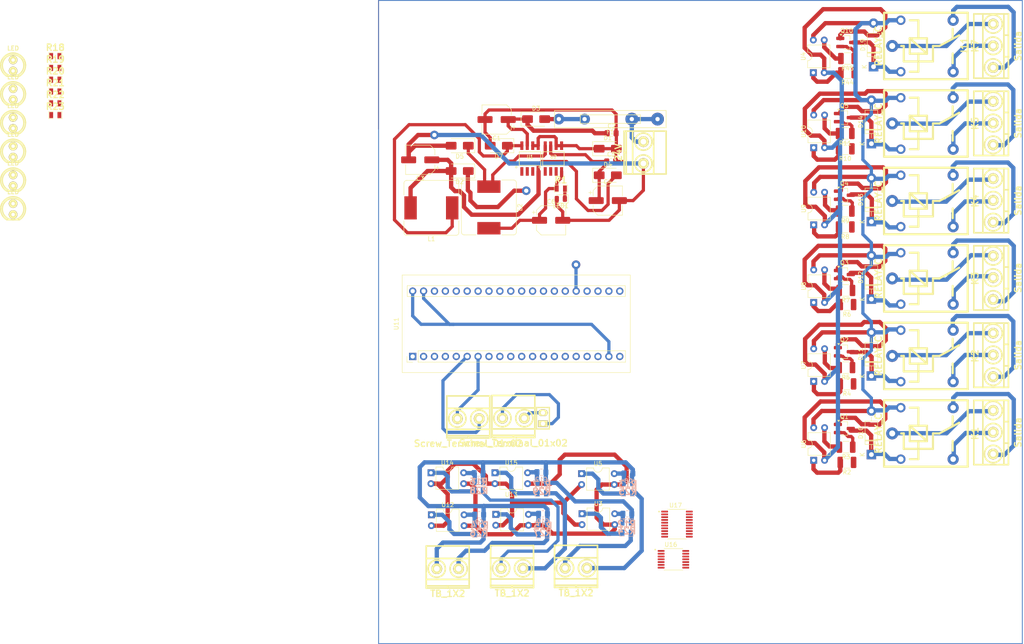
<source format=kicad_pcb>
(kicad_pcb (version 20240108) (generator "pcbnew") (generator_version "8.0")
  (layers (0 "F.Cu" signal) (31 "B.Cu" signal) (34 "B.Paste" user) (35 "F.Paste" user) (36 "B.SilkS" user "B.Silkscreen") (37 "F.SilkS" user "F.Silkscreen") (38 "B.Mask" user) (39 "F.Mask" user) (44 "Edge.Cuts" user))
  (net 0 "")
  (net 1 "Earth")
  (net 2 "/VCC")
  (net 3 "Net-(D10-K)")
  (net 4 "5V")
  (net 5 "Net-(D11-K)")
  (net 6 "Net-(D12-K)")
  (net 7 "Net-(D13-K)")
  (net 8 "Net-(D14-K)")
  (net 9 "Net-(D19-K)")
  (net 10 "Net-(J3-Pin_1)")
  (net 11 "Net-(J3-Pin_2)")
  (net 12 "Net-(J3-Pin_3)")
  (net 13 "Net-(J4-Pin_2)")
  (net 14 "Net-(J4-Pin_1)")
  (net 15 "Net-(J4-Pin_3)")
  (net 16 "Net-(J5-Pin_3)")
  (net 17 "Net-(J5-Pin_2)")
  (net 18 "Net-(J5-Pin_1)")
  (net 19 "Net-(J6-Pin_3)")
  (net 20 "Net-(J6-Pin_2)")
  (net 21 "Net-(J6-Pin_1)")
  (net 22 "Net-(J7-Pin_3)")
  (net 23 "Net-(J7-Pin_2)")
  (net 24 "Net-(J7-Pin_1)")
  (net 25 "Net-(J8-Pin_2)")
  (net 26 "Net-(J8-Pin_1)")
  (net 27 "Net-(J11-Pin_1)")
  (net 28 "Net-(J11-Pin_3)")
  (net 29 "Net-(J11-Pin_2)")
  (net 30 "Net-(LED1-A)")
  (net 31 "Net-(Q1-B)")
  (net 32 "Net-(Q2-B)")
  (net 33 "Net-(Q3-B)")
  (net 34 "Net-(Q4-B)")
  (net 35 "Net-(Q5-B)")
  (net 36 "Net-(Q10-B)")
  (net 38 "Net-(R2-Pad2)")
  (net 39 "Net-(R3-Pad2)")
  (net 41 "Net-(R4-Pad2)")
  (net 42 "Net-(R5-Pad2)")
  (net 44 "Net-(R6-Pad2)")
  (net 45 "Net-(R7-Pad2)")
  (net 47 "Net-(R8-Pad2)")
  (net 48 "Net-(R9-Pad2)")
  (net 49 "Net-(R10-Pad2)")
  (net 51 "Net-(R11-Pad2)")
  (net 52 "Net-(R44-Pad2)")
  (net 53 "Net-(R45-Pad2)")
  (net 54 "/1A hc14")
  (net 55 "/2A hc14")
  (net 56 "/3A hc14")
  (net 57 "/4A hc14")
  (net 58 "/5A hc14")
  (net 59 "/6A hc14")
  (net 60 "Net-(D3-K)")
  (net 61 "/IN5")
  (net 62 "/IN6")
  (net 63 "/IN4")
  (net 64 "/IN3")
  (net 65 "/IN1")
  (net 66 "/IN2")
  (net 67 "Net-(LED2-A)")
  (net 68 "Net-(LED3-A)")
  (net 69 "Net-(LED4-A)")
  (net 70 "Net-(LED5-A)")
  (net 71 "Net-(LED6-A)")
  (net 72 "Net-(LED7-A)")
  (net 73 "Net-(R12-Pad2)")
  (net 74 "/1Y hc14")
  (net 75 "Net-(R15-Pad2)")
  (net 76 "Net-(R17-Pad2)")
  (net 77 "/2Y hc14")
  (net 78 "/3Y hc14")
  (net 79 "/4Y hc14")
  (net 80 "/5Y hc14")
  (net 81 "/6Y hc14")
  (net 82 "Net-(F1-Pad1)")
  (net 83 "Net-(D2-A)")
  (net 84 "Net-(D4-K)")
  (net 85 "Net-(D3-A)")
  (net 86 "Net-(D5-K)")
  (net 115 "/PA0")
  (net 116 "Net-(D7-K)")
  (net 117 "Net-(R13-Pad2)")
  (net 118 "Net-(R14-Pad2)")
  (net 119 "Net-(R16-Pad2)")
  (net 120 "/PA01")
  (net 121 "GND")
  (net 122 "/PB08")
  (net 123 "/PB09")
  (net 124 "/PA02")
  (net 125 "/PB07")
  (net 132 "Net-(J14-Pin_2)")
  (net 133 "Net-(J14-Pin_1)")
  (footprint "EESTN5:R_0805" (layer "F.Cu") (at -60.33641 37.11071)
    (property "Reference" "R21")
    (property "Value" "R" (hide yes))
  )
  (footprint "Capacitor_SMD:CP_Elec_6.3x7.7" (layer "F.Cu") (at 42.5 43.65 180)
    (property "Reference" "C1")
    (property "Value" "470uF")
  )
  (footprint "SN74HC14PWR:SOP65P640X120-14N" (layer "F.Cu") (at 83.7 146.2)
    (property "Reference" "U16")
    (property "Value" "SN74HC14PWR")
  )
  (footprint "Capacitor_SMD:CP_Elec_6.3x7.7" (layer "F.Cu") (at 24.7 53.05 180)
    (property "Reference" "C3")
    (property "Value" "220uF")
  )
  (footprint "EESTN5:BORNERA2" (layer "F.Cu") (at 61 148.25)
    (property "Reference" "J13" (hide yes))
    (property "Value" "TB_1X2")
  )
  (footprint "Resistor_SMD:R_1210_3225Metric_Pad1.30x2.65mm_HandSolder" (layer "F.Cu") (at 124.275 29.425 180)
    (property "Reference" "R45")
    (property "Value" "1k")
  )
  (footprint "EESTN5:led_5mm_green" (layer "F.Cu") (at -70.16996 31.03604)
    (property "Reference" "LED2" (hide yes))
    (property "Value" "LED")
  )
  (footprint "Resistor_SMD:R_1210_3225Metric_Pad1.30x2.65mm_HandSolder" (layer "F.Cu") (at 124.125 123.6 180)
    (property "Reference" "R2")
    (property "Value" "220")
  )
  (footprint "Package_DIP:DIP-4_W7.62mm" (layer "F.Cu") (at 116.385 123.12 90)
    (property "Reference" "U6")
    (property "Value" "PC817")
  )
  (footprint "EESTN5:R_0805" (layer "F.Cu") (at -60.33641 31.61059)
    (property "Reference" "R19")
    (property "Value" "R" (hide yes))
  )
  (footprint "EESTN5:Relay_C" (layer "F.Cu") (at 142.775 80.71 90)
    (property "Reference" "K3")
    (property "Value" "RELAY_C")
  )
  (footprint "EESTN5:led_5mm_green" (layer "F.Cu") (at -70.16996 57.83508)
    (property "Reference" "LED6" (hide yes))
    (property "Value" "LED")
  )
  (footprint "Resistor_SMD:R_1210_3225Metric_Pad1.30x2.65mm_HandSolder" (layer "F.Cu") (at 123.725 50.485 180)
    (property "Reference" "R10")
    (property "Value" "220")
  )
  (footprint "Package_DIP:DIP-4_W7.62mm" (layer "F.Cu") (at 116.3 32.725 90)
    (property "Reference" "U4")
    (property "Value" "PC817")
  )
  (footprint "EESTN5:SOIC-8_Hand_Soldering" (layer "F.Cu") (at 55.735 52.75)
    (property "Reference" "U2")
    (property "Value" "LM2594M-3.3" (hide yes))
  )
  (footprint "Package_TO_SOT_SMD:SOT-23_Handsoldering" (layer "F.Cu") (at 123.525 43.2)
    (property "Reference" "Q5")
    (property "Value" "2N3904")
  )
  (footprint "Diode_THT:D_DO-41_SOD81_P10.16mm_Horizontal" (layer "F.Cu") (at 129.825 85.53 90)
    (property "Reference" "D12")
    (property "Value" "1N4007")
  )
  (footprint "Capacitor_SMD:C_0805_2012Metric_Pad1.18x1.45mm_HandSolder" (layer "F.Cu") (at 69.3 46.85)
    (property "Reference" "C2")
    (property "Value" "1uF")
  )
  (footprint "EESTN5:led_5mm_green" (layer "F.Cu") (at -70.16996 51.13532)
    (property "Reference" "LED5" (hide yes))
    (property "Value" "LED")
  )
  (footprint "Package_DIP:DIP-4_W7.62mm" (layer "F.Cu") (at 27.3 135.825)
    (property "Reference" "U12")
    (property "Value" "PC817")
  )
  (footprint "EESTN5:R_0805" (layer "F.Cu") (at -60.33641 39.86077)
    (property "Reference" "R22")
    (property "Value" "R" (hide yes))
  )
  (footprint "Diode_SMD:D_SMA" (layer "F.Cu") (at 33.9 49.75 180)
    (property "Reference" "D5")
    (property "Value" "SS210")
  )
  (footprint "Package_TO_SOT_SMD:SOT-23_Handsoldering" (layer "F.Cu") (at 123.525 115.7)
    (property "Reference" "Q1")
    (property "Value" "2N3904")
  )
  (footprint "Resistor_SMD:R_1210_3225Metric_Pad1.30x2.65mm_HandSolder" (layer "F.Cu") (at 124.275 32.725 180)
    (property "Reference" "R44")
    (property "Value" "220")
  )
  (footprint "EESTN5:BORNERA2" (layer "F.Cu") (at 35.9 113.4)
    (property "Reference" "J8" (hide yes))
    (property "Value" "Screw_Terminal_01x02")
  )
  (footprint "Package_DIP:DIP-4_W7.62mm" (layer "F.Cu") (at 116.385 50.22 90)
    (property "Reference" "U10")
    (property "Value" "PC817")
  )
  (footprint "Diode_SMD:D_SMA" (layer "F.Cu") (at 68.4 56.65)
    (property "Reference" "D4")
    (property "Value" "SS210")
  )
  (footprint "EESTN5:R_0805" (layer "F.Cu") (at -60.33641 42.61083)
    (property "Reference" "R23")
    (property "Value" "R" (hide yes))
  )
  (footprint "Resistor_SMD:R_1210_3225Metric_Pad1.30x2.65mm_HandSolder" (layer "F.Cu") (at 123.875 101.5 180)
    (property "Reference" "R5")
    (property "Value" "1k")
  )
  (footprint "Package_TO_SOT_SMD:SOT-23_Handsoldering" (layer "F.Cu") (at 123.525 97.8)
    (property "Reference" "Q2")
    (property "Value" "2N3904")
  )
  (footprint "LED_SMD:LED_0805_2012Metric" (layer "F.Cu") (at 57.4625 62.15 180)
    (property "Reference" "LED1")
    (property "Value" "LED")
  )
  (footprint "Package_TO_SOT_SMD:SOT-23_Handsoldering" (layer "F.Cu") (at 123.525 61.3)
    (property "Reference" "Q4")
    (property "Value" "2N3904")
  )
  (footprint "EESTN5:BluePill" (layer "F.Cu") (at 22.94 98.9 90)
    (property "Reference" "U11")
    (property "Value" "BluePill" (hide yes))
  )
  (footprint "EESTN5:Relay_C" (layer "F.Cu") (at 142.775 62.64 90)
    (property "Reference" "K4")
    (property "Value" "RELAY_C")
  )
  (footprint "Inductor_SMD:L_Bourns_SRR1260" (layer "F.Cu") (at 27.3 64.25 180)
    (property "Reference" "L1")
    (property "Value" "68uH")
  )
  (footprint "Resistor_SMD:R_1210_3225Metric_Pad1.30x2.65mm_HandSolder" (layer "F.Cu") (at 123.925 120.05 180)
    (property "Reference" "R3")
    (property "Value" "1k")
  )
  (footprint "EESTN5:BORNERA3_AZUL" (layer "F.Cu") (at 158.20125 44.47835 90)
    (property "Reference" "J7" (hide yes))
    (property "Value" "Salida")
  )
  (footprint "Diode_SMD:D_SMA" (layer "F.Cu") (at 51.7 43.55)
    (property "Reference" "D3")
    (property "Value" "SS210")
  )
  (footprint "Resistor_SMD:R_1210_3225Metric_Pad1.30x2.65mm_HandSolder" (layer "F.Cu") (at 123.725 65 180)
    (property "Reference" "R9")
    (property "Value" "1k")
  )
  (footprint "EESTN5:BORNERA3_AZUL" (layer "F.Cu") (at 158.20125 62.5017 90)
    (property "Reference" "J6" (hide yes))
    (property "Value" "Salida")
  )
  (footprint "Resistor_SMD:R_1210_3225Metric_Pad1.30x2.65mm_HandSolder" (layer "F.Cu") (at 123.875 83.5 180)
    (property "Reference" "R7")
    (property "Value" "1k")
  )
  (footprint "EESTN5:BORNERA2" (layer "F.Cu") (at 76.7 51.35 -90)
    (property "Reference" "J1" (hide yes))
    (property "Value" "24V")
  )
  (footprint "EESTN5:BORNERA3_AZUL" (layer "F.Cu") (at 158.20125 116.57175 90)
    (property "Reference" "J3" (hide yes))
    (property "Value" "Salida")
  )
  (footprint "Diode_THT:D_DO-41_SOD81_P10.16mm_Horizontal" (layer "F.Cu") (at 129.825 67.45 90)
    (property "Reference" "D13")
    (property "Value" "1N4007")
  )
  (footprint "EESTN5:BORNERA2" (layer "F.Cu") (at 31.1 148.4)
    (property "Reference" "J2" (hide yes))
    (property "Value" "TB_1X2")
  )
  (footprint "EESTN5:BORNERA3_AZUL" (layer "F.Cu") (at 158.20125 80.52505 90)
    (property "Reference" "J5" (hide yes))
    (property "Value" "Salida")
  )
  (footprint "Diode_THT:D_DO-41_SOD81_P10.16mm_Horizontal" (layer "F.Cu") (at 129.825 49.28 90)
    (property "Reference" "D14")
    (property "Value" "1N4007")
  )
  (footprint "Package_DIP:DIP-4_W7.62mm" (layer "F.Cu") (at 116.385 104.72 90)
    (property "Reference" "U7")
    (property "Value" "PC817")
  )
  (footprint "Resistor_SMD:R_1210_3225Metric_Pad1.30x2.65mm_HandSolder" (layer "F.Cu") (at 124.125 86.8 180)
    (property "Reference" "R6")
    (property "Value" "220")
  )
  (footprint "Capacitor_SMD:CP_Elec_6.3x7.7" (layer "F.Cu") (at 68.4 62.55)
    (property "Reference" "C4")
    (property "Value" "470uF")
  )
  (footprint "EESTN5:Relay_C" (layer "F.Cu") (at 142.775 44.57 90)
    (property "Reference" "K5")
    (property "Value" "RELAY_C")
  )
  (footprint "EESTN5:Relay_C" (layer "F.Cu") (at 142.775 98.78 90)
    (property "Reference" "K2")
    (property "Value" "RELAY_C")
  )
  (footprint "Package_TO_SOT_SMD:SOT-23_Handsoldering" (layer "F.Cu") (at 123.525 79.8)
    (property "Reference" "Q3")
    (property "Value" "2N3904")
  )
  (footprint "Diode_SMD:D_SMA" (layer "F.Cu") (at 33.9 55.65 180)
    (property "Reference" "D2")
    (property "Value" "SS210")
  )
  (footprint "Inductor_SMD:L_Bourns_SRR1260" (layer "F.Cu") (at 40.7 64.15 -90)
    (property "Reference" "L2")
    (property "Value" "68uH")
  )
  (footprint "SN74HC541PWR:SOP65P640X120-20N" (layer "F.Cu") (at 84.5275 138)
    (property "Reference" "U17")
    (property "Value" "SN74HC541PWR")
  )
  (footprint "Package_DIP:DIP-4_W7.62mm" (layer "F.Cu") (at 42.1 126.025)
    (property "Reference" "U15")
    (property "Value" "PC817")
  )
  (footprint "EESTN5:BORNERA2" (layer "F.Cu") (at 46.1 148.3)
    (property "Reference" "J12" (hide yes))
    (property "Value" "TB_1X2")
  )
  (footprint "EESTN5:BORNERA2" (layer "F.Cu") (at 46.4 113.3)
    (property "Reference" "J14" (hide yes))
    (property "Value" "Screw_Terminal_01x02")
  )
  (footprint "EESTN5:FUSIBLE" (layer "F.Cu") (at 69 43.55 180)
    (property "Reference" "F1")
    (property "Value" "Fuse")
  )
  (footprint "Package_DIP:DIP-4_W7.62mm" (layer "F.Cu") (at 116.385 68.22 90)
    (property "Reference" "U9")
    (property "Value" "PC817")
  )
  (footprint "Diode_SMD:D_SMA" (layer "F.Cu") (at 68.4 50.45)
    (property "Reference" "D1")
    (property "Value" "SS210")
  )
  (footprint "Diode_THT:D_DO-41_SOD81_P10.16mm_Horizontal" (layer "F.Cu") (at 129.825 103.45 90)
    (property "Reference" "D11")
    (property "Value" "1N4007")
  )
  (footprint "EESTN5:SOIC-8_Hand_Soldering" (layer "F.Cu") (at 50.28 52.75)
    (property "Reference" "U1")
    (property "Value" "LM2594M-5.0" (hide yes))
  )
  (footprint "Package_TO_SOT_SMD:SOT-23_Handsoldering" (layer "F.Cu") (at 124.075 25.675)
    (property "Reference" "Q10")
    (property "Value" "2N3904")
  )
  (footprint "Capacitor_SMD:C_0805_2012Metric_Pad1.18x1.45mm_HandSolder" (layer "F.Cu") (at 69.2 53.45)
    (property "Reference" "C5")
    (property "Value" "1uF")
  )
  (footprint "Diode_THT:D_DO-41_SOD81_P10.16mm_Horizontal" (layer "F.Cu") (at 129.825 121.78 90)
    (property "Reference" "D10")
    (property "Value" "1N4007")
  )
  (footprint "Resistor_SMD:R_1210_3225Metric_Pad1.30x2.65mm_HandSolder" (layer "F.Cu") (at 124.125 105.3 180)
    (property "Reference" "R4")
    (property "Value" "220")
  )
  (footprint "EESTN5:BORNERA3_AZUL" (layer "F.Cu") (at 158.20125 98.5484 90)
    (property "Reference" "J4" (hide yes))
    (property "Value" "Salida")
  )
  (footprint "Diode_SMD:D_SMA" (layer "F.Cu") (at 43 49.75 180)
    (property "Reference" "D7")
    (property "Value" "SS210")
  )
  (footprint "Capacitor_SMD:CP_Elec_6.3x7.7" (layer "F.Cu") (at 55.2 67.15)
    (property "Reference" "C6")
    (property "Value" "220uF")
  )
  (footprint "EESTN5:led_5mm_green" (layer "F.Cu") (at -70.16996 64.53484)
    (property "Reference" "LED7" (hide yes))
    (property "Value" "LED")
  )
  (footprint "EESTN5:R_0805" (layer "F.Cu") (at -60.33641 34.36065)
    (property "Reference" "R20")
    (property "Value" "R" (hide yes))
  )
  (footprint "EESTN5:led_5mm_green" (layer "F.Cu") (at -70.16996 44.43556)
    (property "Reference" "LED4" (hide yes))
    (property "Value" "LED")
  )
  (footprint "EESTN5:BORNERA3_AZUL" (layer "F.Cu") (at 158.20125 26.455 90)
    (property "Reference" "J11")
    (property "Value" "Salida")
  )
  (footprint "EESTN5:R_0805" (layer "F.Cu") (at 57.4625 59.75)
    (property "Reference" "R1")
    (property "Value" "1K" (hide yes))
  )
  (footprint "EESTN5:led_5mm_green" (layer "F.Cu") (at -70.16996 37.7358)
    (property "Reference" "LED3" (hide yes))
    (property "Value" "LED")
  )
  (footprint "Resistor_SMD:R_1210_3225Metric_Pad1.30x2.65mm_HandSolder" (layer "F.Cu") (at 123.725 46.9 180)
    (property "Reference" "R11")
    (property "Value" "1k")
  )
  (footprint "EESTN5:R_0805" (layer "F.Cu") (at -60.33641 28.86053)
    (property "Reference" "R18")
    (property "Value" "R" (hide yes))
  )
  (footprint "EESTN5:Relay_C" (layer "F.Cu") (at 142.775 116.85 90)
    (property "Reference" "K1")
    (property "Value" "RELAY_C")
  )
  (footprint "Package_DIP:DIP-4_W7.62mm" (layer "F.Cu") (at 62.3 126.225)
    (property "Reference" "U5")
    (property "Value" "PC817")
  )
  (footprint "Resistor_SMD:R_1210_3225Metric_Pad1.30x2.65mm_HandSolder" (layer "F.Cu") (at 123.725 68.7 180)
    (property "Reference" "R8")
    (property "Value" "220")
  )
  (footprint "Package_DIP:DIP-4_W7.62mm" (layer "F.Cu") (at 27.2 126.025)
    (property "Reference" "U14")
    (property "Value" "PC817")
  )
  (footprint "Package_DIP:DIP-4_W7.62mm" (layer "F.Cu") (at 62.4 135.575)
    (property "Reference" "U3")
    (property "Value" "PC817")
  )
  (footprint "Diode_THT:D_DO-41_SOD81_P10.16mm_Horizontal" (layer "F.Cu") (at 130.325 31.335 90)
    (property "Reference" "D19")
    (property "Value" "1N4007")
  )
  (footprint "EESTN5:Jumper_Alto" (layer "F.Cu") (at 53.3 113.3 90)
    (property "Reference" "JP1" (hide yes))
    (property "Value" "Jumper" (hide yes))
  )
  (footprint "EESTN5:Relay_C" (layer "F.Cu") (at 142.775 26.5 90)
    (property "Reference" "K7")
    (property "Value" "RELAY_C")
  )
  (footprint "Package_DIP:DIP-4_W7.62mm" (layer "F.Cu") (at 116.385 86.32 90)
    (property "Reference" "U8")
    (property "Value" "PC817")
  )
  (footprint "Package_DIP:DIP-4_W7.62mm" (layer "F.Cu") (at 42.3 135.725)
    (property "Reference" "U13")
    (property "Value" "PC817")
  )
  (footprint "EESTN5:R_0805" (layer "B.Cu") (at 38.3 130.1 180)
    (property "Reference" "R16")
    (property "Value" "R" (hide yes))
  )
  (footprint "Capacitor_SMD:C_0805_2012Metric_Pad1.18x1.45mm_HandSolder" (layer "B.Cu") (at 38.3 126.1)
    (property "Reference" "C11")
    (property "Value" "C")
  )
  (footprint "EESTN5:R_0805" (layer "B.Cu") (at 38.3635 128.2)
    (property "Reference" "R28")
    (property "Value" "R" (hide yes))
  )
  (footprint "EESTN5:R_0805" (layer "B.Cu") (at 53.2 138)
    (property "Reference" "R27")
    (property "Value" "R" (hide yes))
  )
  (footprint "EESTN5:R_0805" (layer "B.Cu") (at 72.8 140 180)
    (property "Reference" "R12")
    (property "Value" "R" (hide yes))
  )
  (footprint "Capacitor_SMD:C_0805_2012Metric_Pad1.18x1.45mm_HandSolder" (layer "B.Cu") (at 38.43147 135.8)
    (property "Reference" "C9")
    (property "Value" "C")
  )
  (footprint "EESTN5:R_0805" (layer "B.Cu") (at 72.8 137.6)
    (property "Reference" "R24")
    (property "Value" "R" (hide yes))
  )
  (footprint "Capacitor_SMD:C_0805_2012Metric_Pad1.18x1.45mm_HandSolder" (layer "B.Cu") (at 52.9375 125.9)
    (property "Reference" "C12")
    (property "Value" "C")
  )
  (footprint "EESTN5:R_0805" (layer "B.Cu") (at 73.1 128.4)
    (property "Reference" "R25")
    (property "Value" "R" (hide yes))
  )
  (footprint "EESTN5:R_0805" (layer "B.Cu") (at 38.5 140.3 180)
    (property "Reference" "R14")
    (property "Value" "R" (hide yes))
  )
  (footprint "Capacitor_SMD:C_0805_2012Metric_Pad1.18x1.45mm_HandSolder" (layer "B.Cu") (at 72.95 135.6)
    (property "Reference" "C7")
    (property "Value" "C")
  )
  (footprint "Capacitor_SMD:C_0805_2012Metric_Pad1.18x1.45mm_HandSolder" (layer "B.Cu") (at 73.2 126.2)
    (property "Reference" "C8")
    (property "Value" "C")
  )
  (footprint "EESTN5:R_0805" (layer "B.Cu") (at 53.01785 128.37533)
    (property "Reference" "R29")
    (property "Value" "R" (hide yes))
  )
  (footprint "Capacitor_SMD:C_0805_2012Metric_Pad1.18x1.45mm_HandSolder" (layer "B.Cu") (at 53.3 135.6)
    (property "Reference" "C10")
    (property "Value" "C")
  )
  (footprint "EESTN5:R_0805" (layer "B.Cu") (at 73.1 130.7 180)
    (property "Reference" "R13")
    (property "Value" "R" (hide yes))
  )
  (footprint "EESTN5:R_0805" (layer "B.Cu") (at 53.0375 130.8 180)
    (property "Reference" "R17")
    (property "Value" "R" (hide yes))
  )
  (footprint "EESTN5:R_0805" (layer "B.Cu") (at 53.3 140.4 180)
    (property "Reference" "R15")
    (property "Value" "R" (hide yes))
  )
  (footprint "EESTN5:R_0805" (layer "B.Cu") (at 38.4 138.1)
    (property "Reference" "R26")
    (property "Value" "R" (hide yes))
  )
  (gr_line (start 15 15.875) (end 15 45.875) (stroke (width 0.2)) (layer "F.Cu"))
  (gr_rect (start 15 15.875) (end 165 165.875) (stroke (width 0.2)) (fill none) (layer "B.Cu"))
  (segment (start 127.625 41.7) (end 129.34632 41.7) (width 1) (layer "F.Cu") (net 1))
  (segment (start 52.185 48) (end 52.56 47.625) (width 0.75) (layer "F.Cu") (net 1))
  (segment (start 122.025 78.85) (end 122.025 78.25) (width 1) (layer "F.Cu") (net 1))
  (segment (start 39.8 46.65) (end 39.8 43.65) (width 0.75) (layer "F.Cu") (net 1))
  (segment (start 55.035 128.565) (end 49.72 128.565) (width 1) (layer "F.Cu") (net 1))
  (segment (start 122.625 41.5) (end 123.425 40.7) (width 1) (layer "F.Cu") (net 1))
  (segment (start 128.175 23.125) (end 129.075 24.025) (width 1) (layer "F.Cu") (net 1))
  (segment (start 57.9 67.15) (end 68.7 67.15) (width 0.75) (layer "F.Cu") (net 1))
  (segment (start 114.975 82.3) (end 116.675 82.3) (width 1) (layer "F.Cu") (net 1))
  (segment (start 122.725 59.4) (end 123.525 58.6) (width 1) (layer "F.Cu") (net 1))
  (segment (start 128.955151 37.02) (end 128.355151 37.62) (width 1) (layer "F.Cu") (net 1))
  (segment (start 131.675 114.8) (end 133.075 113.4) (width 1) (layer "F.Cu") (net 1))
  (segment (start 116.775 100.8) (end 118.94 102.965) (width 1) (layer "F.Cu") (net 1))
  (segment (start 118.84 29.39) (end 118.84 32.725) (width 1) (layer "F.Cu") (net 1))
  (segment (start 114.325 41.1) (end 114.325 46) (width 1) (layer "F.Cu") (net 1))
  (segment (start 57.5625 66.8125) (end 57.9 67.15) (width 0.75) (layer "F.Cu") (net 1))
  (segment (start 114.275 26.925) (end 115.875 28.525) (width 1) (layer "F.Cu") (net 1))
  (segment (start 133.075 113.4) (end 133.075 110.6) (width 1) (layer "F.Cu") (net 1))
  (segment (start 36.365 128.565) (end 34.82 128.565) (width 1) (layer "F.Cu") (net 1))
  (segment (start 41 49.75) (end 41 47.85) (width 0.75) (layer "F.Cu") (net 1))
  (segment (start 133.075 76.6) (end 133.075 73.8) (width 1) (layer "F.Cu") (net 1))
  (segment (start 126.625 40.7) (end 127.625 41.7) (width 1) (layer "F.Cu") (net 1))
  (segment (start 133.075 73.8) (end 132.375 73.1) (width 1) (layer "F.Cu") (net 1))
  (segment (start 118.94 102.965) (end 118.94 105) (width 1) (layer "F.Cu") (net 1))
  (segment (start 117.475 73.1) (end 114.275 76.3) (width 1) (layer "F.Cu") (net 1))
  (segment (start 66.4 50.45) (end 61.8 50.45) (width 0.75) (layer "F.Cu") (net 1))
  (segment (start 126.075 113.2) (end 127.575 114.7) (width 1) (layer "F.Cu") (net 1))
  (segment (start 122.025 114.75) (end 122.025 114.2) (width 1) (layer "F.Cu") (net 1))
  (segment (start 131.675 78) (end 133.075 76.6) (width 1) (layer "F.Cu") (net 1))
  (segment (start 126.175 94.9) (end 127.675 96.4) (width 1) (layer "F.Cu") (net 1))
  (segment (start 133.125 37.6) (end 132.545 37.02) (width 1) (layer "F.Cu") (net 1))
  (segment (start 61.8 50.45) (end 61.1 49.75) (width 0.75) (layer "F.Cu") (net 1))
  (segment (start 72.34 53.89) (end 71.9 53.45) (width 0.75) (layer "F.Cu") (net 1))
  (segment (start 133.175 95.1) (end 133.175 92.3) (width 1) (layer "F.Cu") (net 1))
  (segment (start 70 121.8) (end 58.4 121.8) (width 1) (layer "F.Cu") (net 1))
  (segment (start 53.565 138.265) (end 49.92 138.265) (width 1) (layer "F.Cu") (net 1))
  (segment (start 71.935 128.765) (end 72.8 127.9) (width 1) (layer "F.Cu") (net 1))
  (segment (start 76.7 60.15) (end 74.3 62.55) (width 0.75) (layer "F.Cu") (net 1))
  (segment (start 68.7 67.15) (end 71.1 64.75) (width 0.75) (layer "F.Cu") (net 1))
  (segment (start 114.425 58) (end 114.425 63.3) (width 1) (layer "F.Cu") (net 1))
  (segment (start 70.2375 53.45) (end 70.2375 50.6125) (width 0.75) (layer "F.Cu") (net 1))
  (segment (start 118.99 66.165) (end 118.99 68.2) (width 1) (layer "F.Cu") (net 1))
  (segment (start 129.39632 78) (end 131.675 78) (width 1) (layer "F.Cu") (net 1))
  (segment (start 129.29632 114.7) (end 129.39632 114.8) (width 1) (layer "F.Cu") (net 1))
  (segment (start 133.075 110.6) (end 131.875 109.4) (width 1) (layer "F.Cu") (net 1))
  (segment (start 122.025 114.2) (end 123.025 113.2) (width 1) (layer "F.Cu") (net 1))
  (segment (start 122.625 42.3) (end 122.625 41.5) (width 1) (layer "F.Cu") (net 1))
  (segment (start 37.565 129.765) (end 36.365 128.565) (width 1) (layer "F.Cu") (net 1))
  (segment (start 65.8 136.5) (end 65.8 130) (width 1) (layer "F.Cu") (net 1))
  (segment (start 117.725 47.4) (end 118.89 48.565) (width 1) (layer "F.Cu") (net 1))
  (segment (start 68.985 140.215) (end 55.515 140.215) (width 1) (layer "F.Cu") (net 1))
  (segment (start 57.9 65.15) (end 57.9 67.15) (width 0.75) (layer "F.Cu") (net 1))
  (segment (start 131.875 109.4) (end 117.975 109.4) (width 1) (layer "F.Cu") (net 1))
  (segment (start 76.7 53.89) (end 72.34 53.89) (width 0.75) (layer "F.Cu") (net 1))
  (segment (start 129.29632 77.9) (end 129.39632 78) (width 1) (layer "F.Cu") (net 1))
  (segment (start 72.8 124.6) (end 70 121.8) (width 1) (layer "F.Cu") (net 1))
  (segment (start 57.2 123) (end 57.2 126.4) (width 1) (layer "F.Cu") (net 1))
  (segment (start 40.725 41.425) (end 69.375 41.425) (width 0.75) (layer "F.Cu") (net 1))
  (segment (start 129.54632 59.7) (end 131.825 59.7) (width 1) (layer "F.Cu") (net 1))
  (segment (start 129.44632 59.6) (end 129.54632 59.7) (width 1) (layer "F.Cu") (net 1))
  (segment (start 118.84 121.265) (end 118.84 123.3) (width 1) (layer "F.Cu") (net 1))
  (segment (start 114.275 113.1) (end 114.275 118.4) (width 1) (layer "F.Cu") (net 1))
  (segment (start 72.8 127.9) (end 72.8 124.6) (width 1) (layer "F.Cu") (net 1))
  (segment (start 56.525 62.15) (end 56.525 63.775) (width 0.75) (layer "F.Cu") (net 1))
  (segment (start 129.34632 41.7) (end 129.44632 41.8) (width 1) (layer "F.Cu") (net 1))
  (segment (start 114.275 118.4) (end 114.975 119.1) (width 1) (layer "F.Cu") (net 1))
  (segment (start 117.625 54.8) (end 114.425 58) (width 1) (layer "F.Cu") (net 1))
  (segment (start 114.375 100.1) (end 115.075 100.8) (width 1) (layer "F.Cu") (net 1))
  (segment (start 116.825 64) (end 118.99 66.165) (width 1) (layer "F.Cu") (net 1))
  (segment (start 22 51.25) (end 23.5 49.75) (width 1) (layer "F.Cu") (net 1))
  (segment (start 127.675 96.4) (end 129.39632 96.4) (width 1) (layer "F.Cu") (net 1))
  (segment (start 52.185 49.75) (end 50.915 49.75) (width 0.75) (layer "F.Cu") (net 1))
  (segment (start 76.7 53.89) (end 76.7 60.15) (width 0.75) (layer "F.Cu") (net 1))
  (segment (start 132.525 54.8) (end 117.625 54.8) (width 1) (layer "F.Cu") (net 1))
  (segment (start 133.225 55.5) (end 132.525 54.8) (width 1) (layer "F.Cu") (net 1))
  (segment (start 123.525 58.6) (end 126.725 58.6) (width 1) (layer "F.Cu") (net 1))
  (segment (start 116.675 82.3) (end 118.84 84.465) (width 1) (layer "F.Cu") (net 1))
  (segment (start 56.37 48.02) (end 56.37 49.75) (width 0.75) (layer "F.Cu") (net 1))
  (segment (start 56.525 63.775) (end 57.9 65.15) (width 0.75) (layer "F.Cu") (net 1))
  (segment (start 70.4 46.9125) (end 70.3375 46.85) (width 0.75) (layer "F.Cu") (net 1))
  (segment (start 115.125 64) (end 116.825 64) (width 1) (layer "F.Cu") (net 1))
  (segment (start 69.375 41.425) (end 70.3375 42.3875) (width 0.75) (layer "F.Cu") (net 1))
  (segment (start 129.39632 114.8) (end 131.675 114.8) (width 1) (layer "F.Cu") (net 1))
  (segment (start 70.02 138.115) (end 70.02 139.18) (width 1) (layer "F.Cu") (net 1))
  (segment (start 128.355151 37.62) (end 117.805 37.62) (width 1) (layer "F.Cu") (net 1))
  (segment (start 127.575 114.7) (end 129.29632 114.7) (width 1) (layer "F.Cu") (net 1))
  (segment (start 39.8 43.65) (end 39.8 42.35) (width 0.75) (layer "F.Cu") (net 1))
  (segment (start 117.975 109.4) (end 114.275 113.1) (width 1) (layer "F.Cu") (net 1))
  (segment (start 37.565 138.365) (end 37.565 129.765) (width 1) (layer "F.Cu") (net 1))
  (segment (start 115.875 28.525) (end 117.975 28.525) (width 1) (layer "F.Cu") (net 1))
  (segment (start 132.545 37.02) (end 128.955151 37.02) (width 1) (layer "F.Cu") (net 1))
  (segment (start 74.3 62.55) (end 71.1 62.55) (width 0.75) (layer "F.Cu") (net 1))
  (segment (start 129.39632 96.4) (end 129.49632 96.5) (width 1) (layer "F.Cu") (net 1))
  (segment (start 118.84 84.465) (end 118.84 86.5) (width 1) (layer "F.Cu") (net 1))
  (segment (start 61.1 49.75) (end 57.64 49.75) (width 0.75) (layer "F.Cu") (net 1))
  (segment (start 117.675 91.5) (end 114.375 94.8) (width 1) (layer "F.Cu") (net 1))
  (segment (start 131.775 96.5) (end 133.175 95.1) (width 1) (layer "F.Cu") (net 1))
  (segment (start 122.575 24.725) (end 122.575 23.925) (width 1) (layer "F.Cu") (net 1))
  (segment (start 24.2 47.25) (end 28 47.25) (width 1) (layer "F.Cu") (net 1))
  (segment (start 70.3375 42.3875) (end 70.3375 46.85) (width 0.75) (layer "F.Cu") (net 1))
  (segment (start 39.8 42.35) (end 40.725 41.425) (width 0.75) (layer "F.Cu") (net 1))
  (segment (start 122.025 78.25) (end 123.375 76.9) (width 1) (layer "F.Cu") (net 1))
  (segment (start 126.575 76.9) (end 127.575 77.9) (width 1) (layer "F.Cu") (net 1))
  (segment (start 22 53.05) (end 22 49.45) (width 1) (layer "F.Cu") (net 1))
  (segment (start 129.49632 96.5) (end 131.775 96.5) (width 1) (layer "F.Cu") (net 1))
  (segment (start 49.92 138.265) (end 48.035 138.265) (width 1) (layer "F.Cu") (net 1))
  (segment (start 123.125 94.9) (end 126.175 94.9) (width 1) (layer "F.Cu") (net 1))
  (segment (start 66.4 50.45) (end 70.4 50.45) (width 0.75) (layer "F.Cu") (net 1))
  (segment (start 39.565 140.365) (end 37.565 138.365) (width 1) (layer "F.Cu") (net 1))
  (segment (start 22 49.45) (end 24.2 47.25) (width 1) (layer "F.Cu") (net 1))
  (segment (start 58.4 121.8) (end 57.2 123) (width 1) (layer "F.Cu") (net 1))
  (segment (start 123.375 76.9) (end 126.575 76.9) (width 1) (layer "F.Cu") (net 1))
  (segment (start 115.725 47.4) (end 117.725 47.4) (width 1) (layer "F.Cu") (net 1))
  (segment (start 131.759087 90.884087) (end 128.140913 90.884087) (width 1) (layer "F.Cu") (net 1))
  (segment (start 41 47.85) (end 39.8 46.65) (width 0.75) (layer "F.Cu") (net 1))
  (segment (start 114.275 22.225) (end 114.275 26.925) (width 1) (layer "F.Cu") (net 1))
  (segment (start 48.035 138.265) (end 45.935 140.365) (width 1) (layer "F.Cu") (net 1))
  (segment (start 22 53.05) (end 22 51.25) (width 1) (layer "F.Cu") (net 1))
  (segment (start 57.64 49.75) (end 56.37 49.75) (width 0.75) (layer "F.Cu") (net 1))
  (segment (start 55.515 140.215) (end 53.565 138.265) (width 1) (layer "F.Cu") (net 1))
  (segment (start 129.075 24.025) (end 131.175 24.025) (width 1) (layer "F.Cu") (net 1))
  (segment (start 122.025 96.85) (end 122.025 96) (width 1) (layer "F.Cu") (net 1))
  (segment (start 52.185 49.75) (end 52.185 48) (width 0.75) (layer "F.Cu") (net 1))
  (segment (start 114.275 76.3) (end 114.275 81.6) (width 1) (layer "F.Cu") (net 1))
  (segment (start 122.575 23.925) (end 123.375 23.125) (width 1) (layer "F.Cu") (net 1))
  (segment (start 65.8 130) (end 67.035 128.765) (width 1) (layer "F.Cu") (net 1))
  (segment (start 133.225 58.3) (end 133.225 55.5) (width 1) (layer "F.Cu") (net 1))
  (segment (start 114.975 119.1) (end 116.675 119.1) (width 1) (layer "F.Cu") (net 1))
  (segment (start 67.415 138.115) (end 65.8 136.5) (width 1) (layer "F.Cu") (net 1))
  (segment (start 133.175 92.3) (end 131.759087 90.884087) (width 1) (layer "F.Cu") (net 1))
  (segment (start 23.5 49.75) (end 31.9 49.75) (width 1) (layer "F.Cu") (net 1))
  (segment (start 116.675 119.1) (end 118.84 121.265) (width 1) (layer "F.Cu") (net 1))
  (segment (start 114.375 94.8) (end 114.375 100.1) (width 1) (layer "F.Cu") (net 1))
  (segment (start 69.92 128.765) (end 71.935 128.765) (width 1) (layer "F.Cu") (net 1))
  (segment (start 114.325 46) (end 115.725 47.4) (width 1) (layer "F.Cu") (net 1))
  (segment (start 117.805 37.62) (end 114.325 41.1) (width 1) (layer "F.Cu") (net 1))
  (segment (start 115.075 100.8) (end 116.775 100.8) (width 1) (layer "F.Cu") (net 1))
  (segment (start 126.725 58.6) (end 127.725 59.6) (width 1) (layer "F.Cu") (net 1))
  (segment (start 70.02 138.115) (end 67.415 138.115) (width 1) (layer "F.Cu") (net 1))
  (segment (start 133.075 19.025) (end 131.975 17.925) (width 1) (layer "F.Cu") (net 1))
  (segment (start 129.44632 41.8) (end 131.725 41.8) (width 1) (layer "F.Cu") (net 1))
  (segment (start 127.525 91.5) (end 117.675 91.5) (width 1) (layer "F.Cu") (net 1))
  (segment (start 131.725 41.8) (end 133.125 40.4) (width 1) (layer "F.Cu") (net 1))
  (segment (start 123.425 40.7) (end 126.625 40.7) (width 1) (layer "F.Cu") (net 1))
  (segment (start 122.025 96) (end 123.125 94.9) (width 1) (layer "F.Cu") (net 1))
  (segment (start 123.025 113.2) (end 126.075 113.2) (width 1) (layer "F.Cu") (net 1))
  (segment (start 71.1 64.75) (end 71.1 62.55) (width 0.75) (layer "F.Cu") (net 1))
  (segment (start 57.2 126.4) (end 55.035 128.565) (width 1) (layer "F.Cu") (net 1))
  (segment (start 71.9 53.45) (end 70.2375 53.45) (width 0.75) (layer "F.Cu") (net 1))
  (segment (start 122.725 60.2) (end 122.725 59.4) (width 1) (layer "F.Cu") (net 1))
  (segment (start 118.575 17.925) (end 114.275 22.225) (width 1) (layer "F.Cu") (net 1))
  (segment (start 118.89 48.565) (end 118.89 50.3) (width 1) (layer "F.Cu") (net 1))
  (segment (start 132.375 73.1) (end 117.475 73.1) (width 1) (layer "F.Cu") (net 1))
  (segment (start 133.075 22.125) (end 133.075 19.025) (width 1) (layer "F.Cu") (net 1))
  (segment (start 131.175 24.025) (end 133.075 22.125) (width 1) (layer "F.Cu") (net 1))
  (segment (start 117.975 28.525) (end 118.84 29.39) (width 1) (layer "F.Cu") (net 1))
  (segment (start 123.375 23.125) (end 128.175 23.125) (width 1) (layer "F.Cu") (net 1))
  (segment (start 52.56 47.625) (end 55.975 47.625) (width 0.75) (layer "F.Cu") (net 1))
  (segment (start 127.575 77.9) (end 129.29632 77.9) (width 1) (layer "F.Cu") (net 1))
  (segment (start 70.02 139.18) (end 68.985 140.215) (width 1) (layer "F.Cu") (net 1))
  (segment (start 70.4 50.45) (end 70.4 46.9125) (width 0.75) (layer "F.Cu") (net 1))
  (segment (start 114.425 63.3) (end 115.125 64) (width 1) (layer "F.Cu") (net 1))
  (segment (start 114.275 81.6) (end 114.975 82.3) (width 1) (layer "F.Cu") (net 1))
  (segment (start 133.125 40.4) (end 133.125 37.6) (width 1) (layer "F.Cu") (net 1))
  (segment (start 67.035 128.765) (end 69.92 128.765) (width 1) (layer "F.Cu") (net 1))
  (segment (start 131.825 59.7) (end 133.225 58.3) (width 1) (layer "F.Cu") (net 1))
  (segment (start 70.2375 50.6125) (end 70.4 50.45) (width 0.75) (layer "F.Cu") (net 1))
  (segment (start 131.975 17.925) (end 118.575 17.925) (width 1) (layer "F.Cu") (net 1))
  (segment (start 128.140913 90.884087) (end 127.525 91.5) (width 1) (layer "F.Cu") (net 1))
  (segment (start 37.565 138.365) (end 34.92 138.365) (width 1) (layer "F.Cu") (net 1))
  (segment (start 45.935 140.365) (end 39.565 140.365) (width 1) (layer "F.Cu") (net 1))
  (segment (start 55.975 47.625) (end 56.37 48.02) (width 0.75) (layer "F.Cu") (net 1))
  (segment (start 127.725 59.6) (end 129.44632 59.6) (width 1) (layer "F.Cu") (net 1))
  (via (at 28 47.25) (size 2) (drill 1) (layers "F.Cu" "B.Cu") (net 1))
  (segment (start 122.525 64) (end 122.525 82.72) (width 1) (layer "B.Cu") (net 1))
  (segment (start 118.84 32.725) (end 121.05 32.725) (width 1) (layer "B.Cu") (net 1))
  (segment (start 122.525 82.72) (end 122.035 83.21) (width 1) (layer "B.Cu") (net 1))
  (segment (start 122.035 120.01) (end 118.925 123.12) (width 1) (layer "B.Cu") (net 1))
  (segment (start 122.035 83.21) (end 122.035 101.61) (width 1) (layer "B.Cu") (net 1))
  (segment (start 122.925 48) (end 122.525 48.4) (width 1) (layer "B.Cu") (net 1))
  (segment (start 122.925 48) (end 120.705 50.22) (width 1) (layer "B.Cu") (net 1))
  (segment (start 120.705 50.22) (end 118.925 50.22) (width 1) (layer "B.Cu") (net 1))
  (segment (start 122.035 101.61) (end 118.925 104.72) (width 1) (layer "B.Cu") (net 1))
  (segment (start 121.05 32.725) (end 122.925 34.6) (width 1) (layer "B.Cu") (net 1))
  (segment (start 38.8 47.25) (end 45.44 53.89) (width 1) (layer "B.Cu") (net 1))
  (segment (start 122.525 48.4) (end 122.525 64) (width 1) (layer "B.Cu") (net 1))
  (segment (start 28 47.25) (end 38.8 47.25) (width 1) (layer "B.Cu") (net 1))
  (segment (start 122.525 64) (end 122.525 64.62) (width 1) (layer "B.Cu") (net 1))
  (segment (start 122.035 101.61) (end 122.035 120.01) (width 1) (layer "B.Cu") (net 1))
  (segment (start 122.525 82.72) (end 118.925 86.32) (width 1) (layer "B.Cu") (net 1))
  (segment (start 122.925 34.6) (end 122.925 48) (width 1) (layer "B.Cu") (net 1))
  (segment (start 122.525 64.62) (end 118.925 68.22) (width 1) (layer "B.Cu") (net 1))
  (segment (start 45.44 53.89) (end 76.7 53.89) (width 1) (layer "B.Cu") (net 1))
  (segment (start 56.51 59.75) (end 56.51 58.3015) (width 0.75) (layer "F.Cu") (net 2))
  (segment (start 56.51 58.3015) (end 57.64 57.1715) (width 0.75) (layer "F.Cu") (net 2))
  (segment (start 47.9 67.15) (end 52.5 67.15) (width 0.75) (layer "F.Cu") (net 2))
  (segment (start 40.7 69) (end 46.05 69) (width 0.75) (layer "F.Cu") (net 2))
  (segment (start 52.5 65.75) (end 53.9 64.35) (width 0.75) (layer "F.Cu") (net 2))
  (segment (start 54.7 59.75) (end 56.51 59.75) (width 0.75) (layer "F.Cu") (net 2))
  (segment (start 52.5 67.15) (end 52.5 65.75) (width 0.75) (layer "F.Cu") (net 2))
  (segment (start 53.9 60.55) (end 54.7 59.75) (width 0.75) (layer "F.Cu") (net 2))
  (segment (start 46.05 69) (end 47.9 67.15) (width 0.75) (layer "F.Cu") (net 2))
  (segment (start 57.64 57.1715) (end 57.64 55.75) (width 0.75) (layer "F.Cu") (net 2))
  (segment (start 53.9 64.35) (end 53.9 60.55) (width 0.75) (layer "F.Cu") (net 2))
  (via (at 54 123.6) (size 1) (drill 0.1) (layers "F.Cu" "B.Cu") (net 2))
  (via (at 39.5 133.8) (size 1) (drill 0.1) (layers "F.Cu" "B.Cu") (net 2))
  (via (at 39.3 123.6) (size 1) (drill 0.1) (layers "F.Cu" "B.Cu") (net 2))
  (segment (start 39.316 126.1215) (end 39.3375 126.1) (width 1) (layer "B.Cu") (net 2))
  (segment (start 53.97035 125.90465) (end 53.975 125.9) (width 1) (layer "B.Cu") (net 2))
  (segment (start 53.575 133.775) (end 39.525 133.775) (width 1) (layer "B.Cu") (net 2))
  (segment (start 73.9875 135.6) (end 73.9875 134.663542) (width 1) (layer "B.Cu") (net 2))
  (segment (start 53.975 123.625) (end 53.975 125.9) (width 1) (layer "B.Cu") (net 2))
  (segment (start 73.9875 134.663542) (end 72.022458 132.6985) (width 1) (layer "B.Cu") (net 2))
  (segment (start 72.573958 123.6) (end 54 123.6) (width 1) (layer "B.Cu") (net 2))
  (segment (start 54.3375 137.815) (end 54.1525 138) (width 1) (layer "B.Cu") (net 2))
  (segment (start 39.5 133.8) (end 39.46897 133.83103) (width 1) (layer "B.Cu") (net 2))
  (segment (start 74.0525 128.4) (end 74.0525 126.385) (width 1) (layer "B.Cu") (net 2))
  (segment (start 39.525 133.775) (end 39.5 133.8) (width 1) (layer "B.Cu") (net 2))
  (segment (start 56.47533 128.37533) (end 53.97035 128.37533) (width 1) (layer "B.Cu") (net 2))
  (segment (start 72.022458 132.6985) (end 60.7985 132.6985) (width 1) (layer "B.Cu") (net 2))
  (segment (start 24.6 124.7) (end 24.6 131.8) (width 1) (layer "B.Cu") (net 2))
  (segment (start 73.9875 137.365) (end 73.9875 135.6) (width 1) (layer "B.Cu") (net 2))
  (segment (start 54.3375 135.6) (end 54.3375 134.5375) (width 1) (layer "B.Cu") (net 2))
  (segment (start 39.316 128.2) (end 39.316 126.1215) (width 1) (layer "B.Cu") (net 2))
  (segment (start 39.3375 123.6375) (end 39.3375 126.1) (width 1) (layer "B.Cu") (net 2))
  (segment (start 54.3375 135.6) (end 54.3375 137.815) (width 1) (layer "B.Cu") (net 2))
  (segment (start 25.7 123.6) (end 24.6 124.7) (width 1) (layer "B.Cu") (net 2))
  (segment (start 39.3 123.6) (end 53.1 123.6) (width 1) (layer "B.Cu") (net 2))
  (segment (start 39.46897 137.98353) (end 39.3525 138.1) (width 1) (layer "B.Cu") (net 2))
  (segment (start 39.46897 133.83103) (end 39.46897 135.8) (width 1) (layer "B.Cu") (net 2))
  (segment (start 74.0525 126.385) (end 74.2375 126.2) (width 1) (layer "B.Cu") (net 2))
  (segment (start 54 123.6) (end 53.975 123.625) (width 1) (layer "B.Cu") (net 2))
  (segment (start 73.7525 137.6) (end 73.9875 137.365) (width 1) (layer "B.Cu") (net 2))
  (segment (start 39.46897 135.8) (end 39.46897 137.98353) (width 1) (layer "B.Cu") (net 2))
  (segment (start 39.3 123.6) (end 39.3375 123.6375) (width 1) (layer "B.Cu") (net 2))
  (segment (start 74.2375 125.263542) (end 72.573958 123.6) (width 1) (layer "B.Cu") (net 2))
  (segment (start 74.2375 126.2) (end 74.2375 125.263542) (width 1) (layer "B.Cu") (net 2))
  (segment (start 54.3375 134.5375) (end 53.575 133.775) (width 1) (layer "B.Cu") (net 2))
  (segment (start 26.6 133.8) (end 39.5 133.8) (width 1) (layer "B.Cu") (net 2))
  (segment (start 24.6 131.8) (end 26.6 133.8) (width 1) (layer "B.Cu") (net 2))
  (segment (start 39.3 123.6) (end 25.7 123.6) (width 1) (layer "B.Cu") (net 2))
  (segment (start 60.7985 132.6985) (end 56.47533 128.37533) (width 1) (layer "B.Cu") (net 2))
  (segment (start 53.97035 128.37533) (end 53.97035 125.90465) (width 1) (layer "B.Cu") (net 2))
  (segment (start 54 123.6) (end 53.1 123.6) (width 1) (layer "B.Cu") (net 2))
  (segment (start 129.775 117.3) (end 129.775 122.28) (width 1) (layer "F.Cu") (net 3))
  (segment (start 128.675 116.2) (end 129.775 117.3) (width 1) (layer "F.Cu") (net 3))
  (segment (start 124.975 116.2) (end 128.675 116.2) (width 1) (layer "F.Cu") (net 3))
  (segment (start 132.91 121.635) (end 130.35 121.635) (width 1) (layer "B.Cu") (net 3))
  (segment (start 134.075 122.8) (end 132.91 121.635) (width 1) (layer "B.Cu") (net 3))
  (segment (start 136.7 122.8) (end 134.075 122.8) (width 1) (layer "B.Cu") (net 3))
  (segment (start 36.4 62.55) (end 37.9 64.05) (width 1) (layer "F.Cu") (net 4))
  (segment (start 129.345 93.29) (end 129.875 93.82) (width 1) (layer "F.Cu") (net 4))
  (segment (start 116.385 41.44) (end 118.705 39.12) (width 1) (layer "F.Cu") (net 4))
  (segment (start 116.485 60.5) (end 116.485 58.44) (width 1) (layer "F.Cu") (net 4))
  (segment (start 37.9 64.05) (end 42.8 64.05) (width 1) (layer "F.Cu") (net 4))
  (segment (start 116.485 58.44) (end 117.905 57.02) (width 1) (layer "F.Cu") (net 4))
  (segment (start 116.435 97.3) (end 116.435 95.24) (width 1) (layer "F.Cu") (net 4))
  (segment (start 117.755 75.32) (end 129.775 75.32) (width 1) (layer "F.Cu") (net 4))
  (segment (start 116.335 78.8) (end 116.335 76.74) (width 1) (layer "F.Cu") (net 4))
  (segment (start 35.8 55.75) (end 35.8 60.12868) (width 1) (layer "F.Cu") (net 4))
  (segment (start 116.335 113.54) (end 118.255 111.62) (width 1) (layer "F.Cu") (net 4))
  (segment (start 116.3 25.105) (end 116.3 23.97363) (width 1) (layer "F.Cu") (net 4))
  (segment (start 116.435 95.24) (end 118.385 93.29) (width 1) (layer "F.Cu") (net 4))
  (segment (start 35.8 60.12868) (end 36.4 60.72868) (width 1) (layer "F.Cu") (net 4))
  (segment (start 117.905 57.02) (end 129.925 57.02) (width 1) (layer "F.Cu") (net 4))
  (segment (start 116.3 23.97363) (end 119.09863 21.175) (width 1) (layer "F.Cu") (net 4))
  (segment (start 118.385 93.29) (end 129.345 93.29) (width 1) (layer "F.Cu") (net 4))
  (segment (start 116.335 115.6) (end 116.335 113.54) (width 1) (layer "F.Cu") (net 4))
  (segment (start 116.385 42.6) (end 116.385 41.44) (width 1) (layer "F.Cu") (net 4))
  (segment (start 129.275 111.62) (end 129.775 112.12) (width 1) (layer "F.Cu") (net 4))
  (segment (start 118.255 111.62) (end 129.275 111.62) (width 1) (layer "F.Cu") (net 4))
  (segment (start 119.09863 21.175) (end 130.325 21.175) (width 1) (layer "F.Cu") (net 4))
  (segment (start 35.9 55.65) (end 35.8 55.75) (width 1) (layer "F.Cu") (net 4))
  (segment (start 46.6 60.25) (end 49.4 60.25) (width 1) (layer "F.Cu") (net 4))
  (segment (start 116.335 76.74) (end 117.755 75.32) (width 1) (layer "F.Cu") (net 4))
  (segment (start 36.4 60.72868) (end 36.4 62.55) (width 1) (layer "F.Cu") (net 4))
  (segment (start 118.705 39.12) (end 129.825 39.12) (width 1) (layer "F.Cu") (net 4))
  (segment (start 42.8 64.05) (end 46.6 60.25) (width 1) (layer "F.Cu") (net 4))
  (via (at 49.4 60.25) (size 2) (drill 1) (layers "F.Cu" "B.Cu") (net 4))
  (segment (start 133.825 56.8) (end 133.15 57.475) (width 1) (layer "B.Cu") (net 4))
  (segment (start 127.85 99.475) (end 127.85 106.625) (width 0.75) (layer "B.Cu") (net 4))
  (segment (start 136.6 92.6) (end 133.825 92.6) (width 1) (layer "B.Cu") (net 4))
  (segment (start 127.55 21.175) (end 126.125 22.6) (width 1) (layer "B.Cu") (net 4))
  (segment (start 133.925 75) (end 133.25 75.675) (width 1) (layer "B.Cu") (net 4))
  (segment (start 129.825 90.8) (end 129.825 93.29) (width 0.75) (layer "B.Cu") (net 4))
  (segment (start 136.6 38.6) (end 133.825 38.6) (width 1) (layer "B.Cu") (net 4))
  (segment (start 133.225 21.175) (end 130.325 21.175) (width 1) (layer "B.Cu") (net 4))
  (segment (start 133.25 111.475) (end 130.35 111.475) (width 1) (layer "B.Cu") (net 4))
  (segment (start 127.85 79.575) (end 127.85 88.825) (width 0.75) (layer "B.Cu") (net 4))
  (segment (start 127.85 53.025) (end 127.85 44.375) (width 0.75) (layer "B.Cu") (net 4))
  (segment (start 129.825 55) (end 127.85 53.025) (width 0.75) (layer "B.Cu") (net 4))
  (segment (start 126.125 22.6) (end 126.125 37.8) (width 1) (layer "B.Cu") (net 4))
  (segment (start 129.825 97.5) (end 127.85 99.475) (width 0.75) (layer "B.Cu") (net 4))
  (segment (start 136.675 20.5) (end 133.9 20.5) (width 1) (layer "B.Cu") (net 4))
  (segment (start 127.85 44.375) (end 129.825 42.4) (width 0.75) (layer "B.Cu") (net 4))
  (segment (start 127.85 62.075) (end 127.85 70.425) (width 0.75) (layer "B.Cu") (net 4))
  (segment (start 127.445 39.12) (end 129.825 39.12) (width 1) (layer "B.Cu") (net 4))
  (segment (start 129.825 93.29) (end 129.825 97.5) (width 0.75) (layer "B.Cu") (net 4))
  (segment (start 133.15 57.475) (end 130.25 57.475) (width 1) (layer "B.Cu") (net 4))
  (segment (start 136.7 110.8) (end 133.925 110.8) (width 1) (layer "B.Cu") (net 4))
  (segment (start 129.825 108.6) (end 129.825 111.62) (width 0.75) (layer "B.Cu") (net 4))
  (segment (start 130.325 21.175) (end 127.55 21.175) (width 1) (layer "B.Cu") (net 4))
  (segment (start 133.825 38.6) (end 133.15 39.275) (width 1) (layer "B.Cu") (net 4))
  (segment (start 129.825 72.4) (end 129.825 75.37) (width 0.75) (layer "B.Cu") (net 4))
  (segment (start 133.25 75.675) (end 130.35 75.675) (width 1) (layer "B.Cu") (net 4))
  (segment (start 136.6 56.8) (end 133.825 56.8) (width 1) (layer "B.Cu") (net 4))
  (segment (start 133.15 39.275) (end 130.25 39.275) (width 1) (layer "B.Cu") (net 4))
  (segment (start 129.825 57.29) (end 129.825 55) (width 0.75) (layer "B.Cu") (net 4))
  (segment (start 127.85 88.825) (end 129.825 90.8) (width 0.75) (layer "B.Cu") (net 4))
  (segment (start 127.85 106.625) (end 129.825 108.6) (width 0.75) (layer "B.Cu") (net 4))
  (segment (start 133.15 93.275) (end 130.25 93.275) (width 1) (layer "B.Cu") (net 4))
  (segment (start 129.825 60.1) (end 127.85 62.075) (width 0.75) (layer "B.Cu") (net 4))
  (segment (start 126.125 37.8) (end 127.445 39.12) (width 1) (layer "B.Cu") (net 4))
  (segment (start 129.825 57.29) (end 129.825 60.1) (width 0.75) (layer "B.Cu") (net 4))
  (segment (start 129.825 75.37) (end 129.825 77.6) (width 0.75) (layer "B.Cu") (net 4))
  (segment (start 133.9 20.5) (end 133.225 21.175) (width 1) (layer "B.Cu") (net 4))
  (segment (start 129.825 77.6) (end 127.85 79.575) (width 0.75) (layer "B.Cu") (net 4))
  (segment (start 127.85 70.425) (end 129.825 72.4) (width 0.75) (layer "B.Cu") (net 4))
  (segment (start 133.825 92.6) (end 133.15 93.275) (width 1) (layer "B.Cu") (net 4))
  (segment (start 136.7 75) (end 133.925 75) (width 1) (layer "B.Cu") (net 4))
  (segment (start 133.925 110.8) (end 133.25 111.475) (width 1) (layer "B.Cu") (net 4))
  (segment (start 129.825 42.4) (end 129.825 39.12) (width 0.75) (layer "B.Cu") (net 4))
  (segment (start 125.075 97.9) (end 128.775 97.9) (width 1) (layer "F.Cu") (net 5))
  (segment (start 129.875 99) (end 129.875 103.98) (width 1) (layer "F.Cu") (net 5))
  (segment (start 128.775 97.9) (end 129.875 99) (width 1) (layer "F.Cu") (net 5))
  (segment (start 136.6 104.6) (end 133.975 104.6) (width 1) (layer "B.Cu") (net 5))
  (segment (start 133.975 104.6) (end 132.81 103.435) (width 1) (layer "B.Cu") (net 5))
  (segment (start 132.81 103.435) (end 130.25 103.435) (width 1) (layer "B.Cu") (net 5))
  (segment (start 124.975 79.4) (end 128.675 79.4) (width 1) (layer "F.Cu") (net 6))
  (segment (start 129.775 80.5) (end 129.775 85.48) (width 1) (layer "F.Cu") (net 6))
  (segment (start 128.675 79.4) (end 129.775 80.5) (width 1) (layer "F.Cu") (net 6))
  (segment (start 132.91 85.835) (end 130.35 85.835) (width 1) (layer "B.Cu") (net 6))
  (segment (start 134.075 87) (end 132.91 85.835) (width 1) (layer "B.Cu") (net 6))
  (segment (start 136.7 87) (end 134.075 87) (width 1) (layer "B.Cu") (net 6))
  (segment (start 125.125 61.1) (end 128.825 61.1) (width 1) (layer "F.Cu") (net 7))
  (segment (start 128.825 61.1) (end 129.925 62.2) (width 1) (layer "F.Cu") (net 7))
  (segment (start 129.925 62.2) (end 129.925 67.18) (width 1) (layer "F.Cu") (net 7))
  (segment (start 132.81 67.635) (end 130.25 67.635) (width 1) (layer "B.Cu") (net 7))
  (segment (start 136.6 68.8) (end 133.975 68.8) (width 1) (layer "B.Cu") (net 7))
  (segment (start 133.975 68.8) (end 132.81 67.635) (width 1) (layer "B.Cu") (net 7))
  (segment (start 128.725 43.2) (end 129.825 44.3) (width 1) (layer "F.Cu") (net 8))
  (segment (start 125.025 43.2) (end 128.725 43.2) (width 1) (layer "F.Cu") (net 8))
  (segment (start 129.825 44.3) (end 129.825 49.28) (width 1) (layer "F.Cu") (net 8))
  (segment (start 133.975 50.6) (end 132.81 49.435) (width 1) (layer "B.Cu") (net 8))
  (segment (start 136.6 50.6) (end 133.975 50.6) (width 1) (layer "B.Cu") (net 8))
  (segment (start 132.81 49.435) (end 130.25 49.435) (width 1) (layer "B.Cu") (net 8))
  (segment (start 129.4 25.675) (end 130.325 26.6) (width 1) (layer "F.Cu") (net 9))
  (segment (start 130.325 26.6) (end 130.325 31.335) (width 1) (layer "F.Cu") (net 9))
  (segment (start 125.575 25.675) (end 129.4 25.675) (width 1) (layer "F.Cu") (net 9))
  (segment (start 136.675 32.5) (end 134.05 32.5) (width 1) (layer "B.Cu") (net 9))
  (segment (start 132.885 31.335) (end 130.325 31.335) (width 1) (layer "B.Cu") (net 9))
  (segment (start 134.05 32.5) (end 132.885 31.335) (width 1) (layer "B.Cu") (net 9))
  (segment (start 163 108.925) (end 161.75 107.675) (width 1) (layer "B.Cu") (net 10))
  (segment (start 148.9 108.55) (end 148.9 110.8) (width 1) (layer "B.Cu") (net 10))
  (segment (start 163 119.675) (end 163 108.925) (width 1) (layer "B.Cu") (net 10))
  (segment (start 160.84 121.835) (end 163 119.675) (width 1) (layer "B.Cu") (net 10))
  (segment (start 158 121.835) (end 160.84 121.835) (width 1) (layer "B.Cu") (net 10))
  (segment (start 149.775 107.675) (end 148.9 108.55) (width 1) (layer "B.Cu") (net 10))
  (segment (start 161.75 107.675) (end 149.775 107.675) (width 1) (layer "B.Cu") (net 10))
  (segment (start 149.025 119.525) (end 149.025 122.675) (width 1) (layer "B.Cu") (net 11))
  (segment (start 158 116.755) (end 151.795 116.755) (width 1) (layer "B.Cu") (net 11))
  (segment (start 151.795 116.755) (end 149.025 119.525) (width 1) (layer "B.Cu") (net 11))
  (segment (start 158 111.675) (end 152.475 111.675) (width 1) (layer "B.Cu") (net 12))
  (segment (start 152.475 111.675) (end 147.35 116.8) (width 1) (layer "B.Cu") (net 12))
  (segment (start 147.35 116.8) (end 134.7 116.8) (width 1) (layer "B.Cu") (net 12))
  (segment (start 148.925 101.325) (end 148.925 104.475) (width 1) (layer "B.Cu") (net 13))
  (segment (start 151.695 98.555) (end 148.925 101.325) (width 1) (layer "B.Cu") (net 13))
  (segment (start 157.9 98.555) (end 151.695 98.555) (width 1) (layer "B.Cu") (net 13))
  (segment (start 149.675 89.475) (end 148.8 90.35) (width 1) (layer "B.Cu") (net 14))
  (segment (start 161.65 89.475) (end 149.675 89.475) (width 1) (layer "B.Cu") (net 14))
  (segment (start 157.9 103.635) (end 160.74 103.635) (width 1) (layer "B.Cu") (net 14))
  (segment (start 162.9 101.475) (end 162.9 90.725) (width 1) (layer "B.Cu") (net 14))
  (segment (start 160.74 103.635) (end 162.9 101.475) (width 1) (layer "B.Cu") (net 14))
  (segment (start 148.8 90.35) (end 148.8 92.6) (width 1) (layer "B.Cu") (net 14))
  (segment (start 162.9 90.725) (end 161.65 89.475) (width 1) (layer "B.Cu") (net 14))
  (segment (start 157.9 93.475) (end 152.375 93.475) (width 1) (layer "B.Cu") (net 15))
  (segment (start 147.25 98.6) (end 134.6 98.6) (width 1) (layer "B.Cu") (net 15))
  (segment (start 152.375 93.475) (end 147.25 98.6) (width 1) (layer "B.Cu") (net 15))
  (segment (start 158 75.875) (end 157.425 75.3) (width 1) (layer "B.Cu") (net 16))
  (segment (start 157.425 75.3) (end 153.05 75.3) (width 1) (layer "B.Cu") (net 16))
  (segment (start 147.35 81) (end 134.7 81) (width 1) (layer "B.Cu") (net 16))
  (segment (start 153.05 75.3) (end 147.35 81) (width 1) (layer "B.Cu") (net 16))
  (segment (start 149.025 83.725) (end 149.025 86.875) (width 1) (layer "B.Cu") (net 17))
  (segment (start 152.55 80.2) (end 149.025 83.725) (width 1) (layer "B.Cu") (net 17))
  (segment (start 157.245 80.2) (end 152.55 80.2) (width 1) (layer "B.Cu") (net 17))
  (segment (start 158 80.955) (end 157.245 80.2) (width 1) (layer "B.Cu") (net 17))
  (segment (start 163 73.125) (end 161.75 71.875) (width 1) (layer "B.Cu") (net 18))
  (segment (start 149.775 71.875) (end 148.9 72.75) (width 1) (layer "B.Cu") (net 18))
  (segment (start 163 83.875) (end 163 73.125) (width 1) (layer "B.Cu") (net 18))
  (segment (start 160.84 86.035) (end 163 83.875) (width 1) (layer "B.Cu") (net 18))
  (segment (start 148.9 72.75) (end 148.9 75) (width 1) (layer "B.Cu") (net 18))
  (segment (start 158 86.035) (end 160.84 86.035) (width 1) (layer "B.Cu") (net 18))
  (segment (start 161.75 71.875) (end 149.775 71.875) (width 1) (layer "B.Cu") (net 18))
  (segment (start 152.375 57.675) (end 147.25 62.8) (width 1) (layer "B.Cu") (net 19))
  (segment (start 157.9 57.675) (end 152.375 57.675) (width 1) (layer "B.Cu") (net 19))
  (segment (start 147.25 62.8) (end 134.6 62.8) (width 1) (layer "B.Cu") (net 19))
  (segment (start 157.9 62.755) (end 151.695 62.755) (width 1) (layer "B.Cu") (net 20))
  (segment (start 148.925 65.525) (end 148.925 68.675) (width 1) (layer "B.Cu") (net 20))
  (segment (start 151.695 62.755) (end 148.925 65.525) (width 1) (layer "B.Cu") (net 20))
  (segment (start 160.74 67.835) (end 162.9 65.675) (width 1) (layer "B.Cu") (net 21))
  (segment (start 149.675 53.675) (end 148.8 54.55) (width 1) (layer "B.Cu") (net 21))
  (segment (start 162.9 54.925) (end 161.65 53.675) (width 1) (layer "B.Cu") (net 21))
  (segment (start 148.8 54.55) (end 148.8 56.8) (width 1) (layer "B.Cu") (net 21))
  (segment (start 161.65 53.675) (end 149.675 53.675) (width 1) (layer "B.Cu") (net 21))
  (segment (start 162.9 65.675) (end 162.9 54.925) (width 1) (layer "B.Cu") (net 21))
  (segment (start 157.9 67.835) (end 160.74 67.835) (width 1) (layer "B.Cu") (net 21))
  (segment (start 152.375 39.475) (end 147.25 44.6) (width 1) (layer "B.Cu") (net 22))
  (segment (start 157.9 39.475) (end 152.375 39.475) (width 1) (layer "B.Cu") (net 22))
  (segment (start 147.25 44.6) (end 134.6 44.6) (width 1) (layer "B.Cu") (net 22))
  (segment (start 148.925 47.325) (end 148.925 50.475) (width 1) (layer "B.Cu") (net 23))
  (segment (start 151.695 44.555) (end 148.925 47.325) (width 1) (layer "B.Cu") (net 23))
  (segment (start 157.9 44.555) (end 151.695 44.555) (width 1) (layer "B.Cu") (net 23))
  (segment (start 157.9 49.635) (end 160.74 49.635) (width 1) (layer "B.Cu") (net 24))
  (segment (start 162.9 47.475) (end 162.9 36.725) (width 1) (layer "B.Cu") (net 24))
  (segment (start 161.65 35.475) (end 149.675 35.475) (width 1) (layer "B.Cu") (net 24))
  (segment (start 149.675 35.475) (end 148.8 36.35) (width 1) (layer "B.Cu") (net 24))
  (segment (start 160.74 49.635) (end 162.9 47.475) (width 1) (layer "B.Cu") (net 24))
  (segment (start 148.8 36.35) (end 148.8 38.6) (width 1) (layer "B.Cu") (net 24))
  (segment (start 162.9 36.725) (end 161.65 35.475) (width 1) (layer "B.Cu") (net 24))
  (segment (start 30.9 116.6) (end 30 115.7) (width 0.75) (layer "B.Cu") (net 25))
  (segment (start 38.44 113.4) (end 38.44 115.86) (width 0.75) (layer "B.Cu") (net 25))
  (segment (start 30 115.7) (end 30 104.54) (width 0.75) (layer "B.Cu") (net 25))
  (segment (start 37.7 116.6) (end 30.9 116.6) (width 0.75) (layer "B.Cu") (net 25))
  (segment (start 30 104.54) (end 35.64 98.9) (width 0.75) (layer "B.Cu") (net 25))
  (segment (start 38.44 115.86) (end 37.7 116.6) (width 0.75) (layer "B.Cu") (net 25))
  (segment (start 38.18 106.72) (end 38.18 98.9) (width 0.75) (layer "B.Cu") (net 26))
  (segment (start 33.36 113.4) (end 33.36 111.54) (width 0.75) (layer "B.Cu") (net 26))
  (segment (start 33.36 111.54) (end 38.18 106.72) (width 0.75) (layer "B.Cu") (net 26))
  (segment (start 149.75 17.375) (end 148.875 18.25) (width 1) (layer "B.Cu") (net 27))
  (segment (start 160.815 31.535) (end 162.975 29.375) (width 1) (layer "B.Cu") (net 27))
  (segment (start 157.975 31.535) (end 160.815 31.535) (width 1) (layer "B.Cu") (net 27))
  (segment (start 162.975 29.375) (end 162.975 18.625) (width 1) (layer "B.Cu") (net 27))
  (segment (start 162.975 18.625) (end 161.725 17.375) (width 1) (layer "B.Cu") (net 27))
  (segment (start 148.875 18.25) (end 148.875 20.5) (width 1) (layer "B.Cu") (net 27))
  (segment (start 161.725 17.375) (end 149.75 17.375) (width 1) (layer "B.Cu") (net 27))
  (segment (start 157.975 21.375) (end 152.45 21.375) (width 1) (layer "B.Cu") (net 28))
  (segment (start 147.325 26.5) (end 134.675 26.5) (width 1) (layer "B.Cu") (net 28))
  (segment (start 152.45 21.375) (end 147.325 26.5) (width 1) (layer "B.Cu") (net 28))
  (segment (start 151.77 26.455) (end 149 29.225) (width 1) (layer "B.Cu") (net 29))
  (segment (start 149 29.225) (end 149 32.375) (width 1) (layer "B.Cu") (net 29))
  (segment (start 157.975 26.455) (end 151.77 26.455) (width 1) (layer "B.Cu") (net 29))
  (segment (start 58.4 62.15) (end 58.4 59.765) (width 0.75) (layer "F.Cu") (net 30))
  (segment (start 123.505456 116.675) (end 122.025 116.675) (width 0.75) (layer "F.Cu") (net 31))
  (segment (start 124.405456 117.575) (end 123.505456 116.675) (width 0.75) (layer "F.Cu") (net 31))
  (segment (start 125.125 117.575) (end 124.405456 117.575) (width 0.75) (layer "F.Cu") (net 31))
  (segment (start 125.475 120.05) (end 125.475 117.925) (width 0.75) (layer "F.Cu") (net 31))
  (segment (start 125.475 117.925) (end 125.125 117.575) (width 0.75) (layer "F.Cu") (net 31))
  (segment (start 123.675 99.4) (end 123.125 98.85) (width 0.75) (layer "F.Cu") (net 32))
  (segment (start 125.325 101.6) (end 125.325 99.85) (width 0.75) (layer "F.Cu") (net 32))
  (segment (start 125.325 99.85) (end 124.875 99.4) (width 0.75) (layer "F.Cu") (net 32))
  (segment (start 124.875 99.4) (end 123.675 99.4) (width 0.75) (layer "F.Cu") (net 32))
  (segment (start 123.125 98.85) (end 122.075 98.85) (width 0.75) (layer "F.Cu") (net 32))
  (segment (start 125.225 83.1) (end 125.225 81.35) (width 0.75) (layer "F.Cu") (net 33))
  (segment (start 123.575 80.9) (end 123.025 80.35) (width 0.75) (layer "F.Cu") (net 33))
  (segment (start 124.775 80.9) (end 123.575 80.9) (width 0.75) (layer "F.Cu") (net 33))
  (segment (start 125.225 81.35) (end 124.775 80.9) (width 0.75) (layer "F.Cu") (net 33))
  (segment (start 123.025 80.35) (end 121.975 80.35) (width 0.75) (layer "F.Cu") (net 33))
  (segment (start 123.725 62.6) (end 123.175 62.05) (width 0.75) (layer "F.Cu") (net 34))
  (segment (start 125.375 63.05) (end 124.925 62.6) (width 0.75) (layer "F.Cu") (net 34))
  (segment (start 124.925 62.6) (end 123.725 62.6) (width 0.75) (layer "F.Cu") (net 34))
  (segment (start 125.375 64.8) (end 125.375 63.05) (width 0.75) (layer "F.Cu") (net 34))
  (segment (start 123.175 62.05) (end 122.125 62.05) (width 0.75) (layer "F.Cu") (net 34))
  (segment (start 123.625 44.7) (end 123.075 44.15) (width 0.75) (layer "F.Cu") (net 35))
  (segment (start 125.275 46.9) (end 125.275 45.15) (width 0.75) (layer "F.Cu") (net 35))
  (segment (start 125.275 45.15) (end 124.825 44.7) (width 0.75) (layer "F.Cu") (net 35))
  (segment (start 124.825 44.7) (end 123.625 44.7) (width 0.75) (layer "F.Cu") (net 35))
  (segment (start 123.075 44.15) (end 122.025 44.15) (width 0.75) (layer "F.Cu") (net 35))
  (segment (start 125.1 27.05) (end 124.474178 27.05) (width 0.75) (layer "F.Cu") (net 36))
  (segment (start 124.474178 27.05) (end 124.049178 26.625) (width 0.75) (layer "F.Cu") (net 36))
  (segment (start 125.825 27.775) (end 125.1 27.05) (width 0.75) (layer "F.Cu") (net 36))
  (segment (start 124.049178 26.625) (end 122.575 26.625) (width 0.75) (layer "F.Cu") (net 36))
  (segment (start 125.825 29.425) (end 125.825 27.775) (width 0.75) (layer "F.Cu") (net 36))
  (segment (start 116.335 125.16) (end 116.335 123.22) (width 1) (layer "F.Cu") (net 38))
  (segment (start 122.575 125.55) (end 122.125 126) (width 1) (layer "F.Cu") (net 38))
  (segment (start 117.175 126) (end 116.335 125.16) (width 1) (layer "F.Cu") (net 38))
  (segment (start 122.575 123.6) (end 122.575 125.55) (width 1) (layer "F.Cu") (net 38))
  (segment (start 122.125 126) (end 117.175 126) (width 1) (layer "F.Cu") (net 38))
  (segment (start 120.075 119.9) (end 122.125 119.9) (width 1) (layer "F.Cu") (net 39))
  (segment (start 118.875 115.6) (end 118.875 118.7) (width 1) (layer "F.Cu") (net 39))
  (segment (start 118.875 118.7) (end 120.075 119.9) (width 1) (layer "F.Cu") (net 39))
  (segment (start 122.225 105.185) (end 122.46 105.185) (width 1) (layer "F.Cu") (net 41))
  (segment (start 122.575 105.3) (end 122.575 107.05) (width 1) (layer "F.Cu") (net 41))
  (segment (start 116.435 106.86) (end 116.435 104.92) (width 1) (layer "F.Cu") (net 41))
  (segment (start 121.925 107.7) (end 117.275 107.7) (width 1) (layer "F.Cu") (net 41))
  (segment (start 122.46 105.185) (end 122.575 105.3) (width 1) (layer "F.Cu") (net 41))
  (segment (start 122.575 107.05) (end 121.925 107.7) (width 1) (layer "F.Cu") (net 41))
  (segment (start 117.275 107.7) (end 116.435 106.86) (width 1) (layer "F.Cu") (net 41))
  (segment (start 118.975 100.4) (end 120.175 101.6) (width 1) (layer "F.Cu") (net 42))
  (segment (start 118.975 97.3) (end 118.975 100.4) (width 1) (layer "F.Cu") (net 42))
  (segment (start 120.175 101.6) (end 122.225 101.6) (width 1) (layer "F.Cu") (net 42))
  (segment (start 120.125 88.3) (end 117.425 88.3) (width 1) (layer "F.Cu") (net 44))
  (segment (start 117.425 88.3) (end 116.335 87.21) (width 1) (layer "F.Cu") (net 44))
  (segment (start 116.335 87.21) (end 116.335 86.42) (width 1) (layer "F.Cu") (net 44))
  (segment (start 122.575 86.8) (end 121.625 86.8) (width 1) (layer "F.Cu") (net 44))
  (segment (start 121.625 86.8) (end 120.125 88.3) (width 1) (layer "F.Cu") (net 44))
  (segment (start 118.875 81.9) (end 120.075 83.1) (width 1) (layer "F.Cu") (net 45))
  (segment (start 118.875 78.8) (end 118.875 81.9) (width 1) (layer "F.Cu") (net 45))
  (segment (start 120.075 83.1) (end 122.125 83.1) (width 1) (layer "F.Cu") (net 45))
  (segment (start 122.275 70.05) (end 121.425 70.9) (width 1) (layer "F.Cu") (net 47))
  (segment (start 122.275 68.385) (end 122.275 70.05) (width 1) (layer "F.Cu") (net 47))
  (segment (start 117.325 70.9) (end 116.485 70.06) (width 1) (layer "F.Cu") (net 47))
  (segment (start 121.425 70.9) (end 117.325 70.9) (width 1) (layer "F.Cu") (net 47))
  (segment (start 116.485 70.06) (end 116.485 68.12) (width 1) (layer "F.Cu") (net 47))
  (segment (start 119.025 63.6) (end 120.225 64.8) (width 1) (layer "F.Cu") (net 48))
  (segment (start 119.025 60.5) (end 119.025 63.6) (width 1) (layer "F.Cu") (net 48))
  (segment (start 120.225 64.8) (end 122.275 64.8) (width 1) (layer "F.Cu") (net 48))
  (segment (start 117.225 53) (end 116.385 52.16) (width 1) (layer "F.Cu") (net 49))
  (segment (start 121.325 53) (end 117.225 53) (width 1) (layer "F.Cu") (net 49))
  (segment (start 122.175 52.15) (end 121.325 53) (width 1) (layer "F.Cu") (net 49))
  (segment (start 122.175 50.485) (end 122.175 52.15) (width 1) (layer "F.Cu") (net 49))
  (segment (start 116.385 52.16) (end 116.385 50.22) (width 1) (layer "F.Cu") (net 49))
  (segment (start 118.925 45.7) (end 120.125 46.9) (width 1) (layer "F.Cu") (net 51))
  (segment (start 120.125 46.9) (end 122.175 46.9) (width 1) (layer "F.Cu") (net 51))
  (segment (start 118.925 42.6) (end 118.925 45.7) (width 1) (layer "F.Cu") (net 51))
  (segment (start 117.175 34.825) (end 119.575 34.825) (width 1) (layer "F.Cu") (net 52))
  (segment (start 116.3 33.95) (end 117.175 34.825) (width 1) (layer "F.Cu") (net 52))
  (segment (start 116.3 32.725) (end 116.3 33.95) (width 1) (layer "F.Cu") (net 52))
  (segment (start 119.575 34.825) (end 121.675 32.725) (width 1) (layer "F.Cu") (net 52))
  (segment (start 121.675 32.725) (end 122.725 32.725) (width 1) (layer "F.Cu") (net 52))
  (segment (start 118.84 26.79) (end 121.475 29.425) (width 1) (layer "F.Cu") (net 53))
  (segment (start 118.84 25.105) (end 118.84 26.79) (width 1) (layer "F.Cu") (net 53))
  (segment (start 121.475 29.425) (end 122.725 29.425) (width 1) (layer "F.Cu") (net 53))
  (segment (start 34.945 135.8) (end 34.92 135.825) (width 1) (layer "F.Cu") (net 54))
  (segment (start 37.39397 138.04647) (end 37.4475 138.1) (width 1) (layer "B.Cu") (net 54))
  (segment (start 34.945 135.8) (end 34.92 135.825) (width 1) (layer "B.Cu") (net 54))
  (segment (start 37.39397 135.8) (end 37.39397 138.04647) (width 1) (layer "B.Cu") (net 54))
  (segment (start 37.39397 135.8) (end 34.945 135.8) (width 1) (layer "B.Cu") (net 54))
  (segment (start 52.2475 138) (end 52.2475 135.615) (width 1) (layer "B.Cu") (net 55))
  (segment (start 52.2625 135.6) (end 50.045 135.6) (width 1) (layer "B.Cu") (net 55))
  (segment (start 52.2475 135.615) (end 52.2625 135.6) (width 1) (layer "B.Cu") (net 55))
  (segment (start 50.045 135.6) (end 49.92 135.725) (width 1) (layer "B.Cu") (net 55))
  (segment (start 34.895 126.1) (end 34.82 126.025) (width 1) (layer "B.Cu") (net 56))
  (segment (start 37.2625 126.1) (end 34.895 126.1) (width 1) (layer "B.Cu") (net 56))
  (segment (start 37.411 126.2485) (end 37.2625 126.1) (width 1) (layer "B.Cu") (net 56))
  (segment (start 37.411 128.2) (end 37.411 126.2485) (width 1) (layer "B.Cu") (net 56))
  (segment (start 49.845 125.9) (end 49.72 126.025) (width 1) (layer "B.Cu") (net 57))
  (segment (start 51.9 125.9) (end 51.9 128.20998) (width 1) (layer "B.Cu") (net 57))
  (segment (start 51.9 128.20998) (end 52.06535 128.37533) (width 1) (layer "B.Cu") (net 57))
  (segment (start 51.9 125.9) (end 49.845 125.9) (width 1) (layer "B.Cu") (net 57))
  (segment (start 70.045 135.6) (end 70.02 135.575) (width 1) (layer "B.Cu") (net 58))
  (segment (start 71.9125 135.6) (end 70.045 135.6) (width 1) (layer "B.Cu") (net 58))
  (segment (start 71.9125 135.6) (end 71.9125 137.037651) (width 1) (layer "B.Cu") (net 58))
  (segment (start 72.1625 126.2) (end 69.945 126.2) (width 1) (layer "B.Cu") (net 59))
  (segment (start 72.1625 126.2) (end 72.1625 128.385) (width 1) (layer "B.Cu") (net 59))
  (segment (start 72.1625 128.385) (end 72.1475 128.4) (width 1) (layer "B.Cu") (net 59))
  (segment (start 69.945 126.2) (end 69.92 126.225) (width 1) (layer "B.Cu") (net 59))
  (segment (start 49.7 43.55) (end 45.3 43.55) (width 0.75) (layer "F.Cu") (net 60))
  (segment (start 49.7 44.85) (end 49.7 43.55) (width 1) (layer "F.Cu") (net 60))
  (segment (start 46 45.95) (end 45.2 45.15) (width 0.75) (layer "F.Cu") (net 60))
  (segment (start 45.2 45.15) (end 45.2 43.65) (width 0.75) (layer "F.Cu") (net 60))
  (segment (start 45.3 43.55) (end 45.2 43.65) (width 0.75) (layer "F.Cu") (net 60))
  (segment (start 64.8 46.25) (end 51.1 46.25) (width 1) (layer "F.Cu") (net 60))
  (segment (start 51.1 46.25) (end 49.7 44.85) (width 1) (layer "F.Cu") (net 60))
  (segment (start 65.4 46.85) (end 64.8 46.25) (width 1) (layer "F.Cu") (net 60))
  (segment (start 48.6 45.95) (end 46 45.95) (width 0.75) (layer "F.Cu") (net 60))
  (segment (start 65.4 46.85) (end 68.2625 46.85) (width 1) (layer "F.Cu") (net 60))
  (segment (start 49.645 46.995) (end 48.6 45.95) (width 0.75) (layer "F.Cu") (net 60))
  (segment (start 49.645 49.75) (end 49.645 46.995) (width 0.75) (layer "F.Cu") (net 60))
  (segment (start 72.4905 143.1) (end 61.9 143.1) (width 1) (layer "B.Cu") (net 61))
  (segment (start 61.9 143.1) (end 58.46 146.54) (width 1) (layer "B.Cu") (net 61))
  (segment (start 73.7525 140) (end 73.7525 141.838) (width 1) (layer "B.Cu") (net 61))
  (segment (start 73.7525 141.838) (end 72.4905 143.1) (width 1) (layer "B.Cu") (net 61))
  (segment (start 58.46 146.54) (end 58.46 148.25) (width 1) (layer "B.Cu") (net 61))
  (segment (start 74.9 130.7) (end 74.0525 130.7) (width 1) (layer "B.Cu") (net 62))
  (segment (start 72.25 148.25) (end 76.3 144.2) (width 1) (layer "B.Cu") (net 62))
  (segment (start 63.54 148.25) (end 72.25 148.25) (width 1) (layer "B.Cu") (net 62))
  (segment (start 76.3 132.1) (end 74.9 130.7) (width 1) (layer "B.Cu") (net 62))
  (segment (start 76.3 144.2) (end 76.3 132.1) (width 1) (layer "B.Cu") (net 62))
  (segment (start 53.99 130.8) (end 56.3 130.8) (width 1) (layer "B.Cu") (net 63))
  (segment (start 58.4 132.9) (end 58.4 143.7) (width 1) (layer "B.Cu") (net 63))
  (segment (start 56.3 130.8) (end 58.4 132.9) (width 1) (layer "B.Cu") (net 63))
  (segment (start 58.4 143.7) (end 53.8 148.3) (width 1) (layer "B.Cu") (net 63))
  (segment (start 53.8 148.3) (end 48.64 148.3) (width 1) (layer "B.Cu") (net 63))
  (segment (start 45.2 144.3) (end 43.56 145.94) (width 0.75) (layer "B.Cu") (net 64))
  (segment (start 43.56 145.94) (end 43.56 148.3) (width 0.75) (layer "B.Cu") (net 64))
  (segment (start 55.2 132.4) (end 56.8 134) (width 0.75) (layer "B.Cu") (net 64))
  (segment (start 39.2525 130.6525) (end 41 132.4) (width 0.75) (layer "B.Cu") (net 64))
  (segment (start 56.8 134) (end 56.8 141.8) (width 0.75) (layer "B.Cu") (net 64))
  (segment (start 39.2525 130.1) (end 39.2525 130.6525) (width 0.75) (layer "B.Cu") (net 64))
  (segment (start 56.8 141.8) (end 54.3 144.3) (width 0.75) (layer "B.Cu") (net 64))
  (segment (start 41 132.4) (end 55.2 132.4) (width 0.75) (layer "B.Cu") (net 64))
  (segment (start 54.3 144.3) (end 45.2 144.3) (width 0.75) (layer "B.Cu") (net 64))
  (segment (start 30 142.3) (end 28.56 143.74) (width 1) (layer "B.Cu") (net 65))
  (segment (start 39.4525 140.3) (end 39.4525 141.538) (width 1) (layer "B.Cu") (net 65))
  (segment (start 39.4525 141.538) (end 38.6905 142.3) (width 1) (layer "B.Cu") (net 65))
  (segment (start 38.6905 142.3) (end 30 142.3) (width 1) (layer "B.Cu") (net 65))
  (segment (start 28.56 143.74) (end 28.56 148.4) (width 1) (layer "B.Cu") (net 65))
  (segment (start 33.64 145.96) (end 33.64 148.4) (width 1) (layer "B.Cu") (net 66))
  (segment (start 41.5 142.4) (end 39.7 144.2) (width 1) (layer "B.Cu") (net 66))
  (segment (start 39.7 144.2) (end 35.4 144.2) (width 1) (layer "B.Cu") (net 66))
  (segment (start 54.2525 141.638) (end 53.4905 142.4) (width 1) (layer "B.Cu") (net 66))
  (segment (start 53.4905 142.4) (end 41.5 142.4) (width 1) (layer "B.Cu") (net 66))
  (segment (start 35.4 144.2) (end 33.64 145.96) (width 1) (layer "B.Cu") (net 66))
  (segment (start 54.2525 140.4) (end 54.2525 141.638) (width 1) (layer "B.Cu") (net 66))
  (segment (start 65.875 135.575) (end 62.4 135.575) (width 1) (layer "B.Cu") (net 73))
  (segment (start 66.8 138.7) (end 66.8 136.5) (width 1) (layer "B.Cu") (net 73))
  (segment (start 71.8475 140) (end 71.6325 140.215) (width 1) (layer "B.Cu") (net 73))
  (segment (start 68.315 140.215) (end 66.8 138.7) (width 1) (layer "B.Cu") (net 73))
  (segment (start 71.6325 140.215) (end 68.315 140.215) (width 1) (layer "B.Cu") (net 73))
  (segment (start 66.8 136.5) (end 65.875 135.575) (width 1) (layer "B.Cu") (net 73))
  (segment (start 52.3475 140.4) (end 47.3 140.4) (width 1) (layer "B.Cu") (net 75))
  (segment (start 47.3 140.4) (end 45.8 138.9) (width 1) (layer "B.Cu") (net 75))
  (segment (start 44.825 135.725) (end 42.3 135.725) (width 1) (layer "B.Cu") (net 75))
  (segment (start 45.8 138.9) (end 45.8 136.7) (width 1) (layer "B.Cu") (net 75))
  (segment (start 45.8 136.7) (end 44.825 135.725) (width 1) (layer "B.Cu") (net 75))
  (segment (start 46.880585 130.8) (end 45.9 129.819415) (width 1) (layer "B.Cu") (net 76))
  (segment (start 52.085 130.8) (end 46.880585 130.8) (width 1) (layer "B.Cu") (net 76))
  (segment (start 44.725 126.025) (end 42.1 126.025) (width 1) (layer "B.Cu") (net 76))
  (segment (start 45.9 129.819415) (end 45.9 127.2) (width 1) (layer "B.Cu") (net 76))
  (segment (start 45.9 127.2) (end 44.725 126.025) (width 1) (layer "B.Cu") (net 76))
  (segment (start 74 47.85) (end 74 43.55) (width 1) (layer "B.Cu") (net 82))
  (segment (start 74.96 48.81) (end 74 47.85) (width 1) (layer "B.Cu") (net 82))
  (segment (start 74 43.55) (end 80 43.55) (width 1) (layer "B.Cu") (net 82))
  (segment (start 76.7 48.81) (end 74.96 48.81) (width 1) (layer "B.Cu") (net 82))
  (segment (start 47.255456 65.85) (end 47.330456 65.775) (width 1) (layer "F.Cu") (net 83))
  (segment (start 31.9 59.45) (end 32.8 60.35) (width 1) (layer "F.Cu") (net 83))
  (segment (start 31.1 53.05) (end 31.9 53.85) (width 1) (layer "F.Cu") (net 83))
  (segment (start 36.7 65.85) (end 47.255456 65.85) (width 1) (layer "F.Cu") (net 83))
  (segment (start 47.575 65.775) (end 52.2706 61.0794) (width 1) (layer "F.Cu") (net 83))
  (segment (start 33.9 60.35) (end 34.9 61.35) (width 1) (layer "F.Cu") (net 83))
  (segment (start 26.4 55.65) (end 22.45 59.6) (width 1) (layer "F.Cu") (net 83))
  (segment (start 34.9 64.05) (end 36.7 65.85) (width 1) (layer "F.Cu") (net 83))
  (segment (start 63.8 64.85) (end 61.1 62.15) (width 0.75) (layer "F.Cu") (net 83))
  (segment (start 52.2706 61.0794) (end 52.2706 55.75) (width 1) (layer "F.Cu") (net 83))
  (segment (start 68.475 63.422918) (end 67.047918 64.85) (width 0.75) (layer "F.Cu") (net 83))
  (segment (start 67.047918 64.85) (end 63.8 64.85) (width 0.75) (layer "F.Cu") (net 83))
  (segment (start 22.45 59.6) (end 22.45 64.25) (width 1) (layer "F.Cu") (net 83))
  (segment (start 70.4 56.65) (end 68.475 58.575) (width 0.75) (layer "F.Cu") (net 83))
  (segment (start 31.9 53.85) (end 31.9 55.65) (width 1) (layer "F.Cu") (net 83))
  (segment (start 58.8 53.45) (end 53.0244 53.45) (width 0.75) (layer "F.Cu") (net 83))
  (segment (start 52.185 54.2894) (end 52.185 55.75) (width 0.75) (layer "F.Cu") (net 83))
  (segment (start 61.1 55.75) (end 58.8 53.45) (width 0.75) (layer "F.Cu") (net 83))
  (segment (start 31.9 55.65) (end 26.4 55.65) (width 1) (layer "F.Cu") (net 83))
  (segment (start 31.9 55.65) (end 31.9 59.45) (width 1) (layer "F.Cu") (net 83))
  (segment (start 68.475 58.575) (end 68.475 63.422918) (width 0.75) (layer "F.Cu") (net 83))
  (segment (start 27.4 53.05) (end 31.1 53.05) (width 1) (layer "F.Cu") (net 83))
  (segment (start 61.1 62.15) (end 61.1 55.75) (width 0.75) (layer "F.Cu") (net 83))
  (segment (start 34.9 61.35) (end 34.9 64.05) (width 1) (layer "F.Cu") (net 83))
  (segment (start 32.8 60.35) (end 33.9 60.35) (width 1) (layer "F.Cu") (net 83))
  (segment (start 53.0244 53.45) (end 52.185 54.2894) (width 0.75) (layer "F.Cu") (net 83))
  (segment (start 47.330456 65.775) (end 47.575 65.775) (width 1) (layer "F.Cu") (net 83))
  (segment (start 66.4 56.65) (end 66.4 61.85) (width 0.75) (layer "F.Cu") (net 84))
  (segment (start 66.4 61.85) (end 65.7 62.55) (width 0.75) (layer "F.Cu") (net 84))
  (segment (start 66.4 55.75) (end 68.1625 53.9875) (width 0.75) (layer "F.Cu") (net 84))
  (segment (start 68.1625 53.45) (end 64.8 53.45) (width 0.75) (layer "F.Cu") (net 84))
  (segment (start 66.4 56.65) (end 66.4 55.75) (width 0.75) (layer "F.Cu") (net 84))
  (segment (start 63.2 51.85) (end 55.3644 51.85) (width 0.75) (layer "F.Cu") (net 84))
  (segment (start 55.3644 51.85) (end 55.1 51.5856) (width 0.75) (layer "F.Cu") (net 84))
  (segment (start 64.8 53.45) (end 63.2 51.85) (width 0.75) (layer "F.Cu") (net 84))
  (segment (start 68.1625 53.9875) (end 68.1625 53.45) (width 0.75) (layer "F.Cu") (net 84))
  (segment (start 55.1 51.5856) (end 55.1 49.75) (width 0.75) (layer "F.Cu") (net 84))
  (segment (start 57 43.55) (end 53.7 43.55) (width 1) (layer "F.Cu") (net 85))
  (segment (start 63 43.55) (end 57 43.55) (width 1) (layer "B.Cu") (net 85))
  (segment (start 41.6 58.4) (end 41.6 56.55) (width 0.75) (layer "F.Cu") (net 86))
  (segment (start 47.7 52.15) (end 53.4 52.15) (width 0.75) (layer "F.Cu") (net 86))
  (segment (start 41.6 56.55) (end 44.8 53.35) (width 0.75) (layer "F.Cu") (net 86))
  (segment (start 40.7 59.3) (end 41.6 58.4) (width 0.75) (layer "F.Cu") (net 86))
  (segment (start 35.9 49.75) (end 35.9 51.55) (width 0.75) (layer "F.Cu") (net 86))
  (segment (start 53.4 52.15) (end 53.83 51.72) (width 0.75) (layer "F.Cu") (net 86))
  (segment (start 44.8 53.35) (end 46.5 53.35) (width 0.75) (layer "F.Cu") (net 86))
  (segment (start 39.7 58.3) (end 40.7 59.3) (width 0.75) (layer "F.Cu") (net 86))
  (segment (start 46.5 53.35) (end 47.7 52.15) (width 0.75) (layer "F.Cu") (net 86))
  (segment (start 35.9 51.55) (end 39.7 55.35) (width 0.75) (layer "F.Cu") (net 86))
  (segment (start 53.83 51.72) (end 53.83 49.75) (width 0.75) (layer "F.Cu") (net 86))
  (segment (start 39.7 55.35) (end 39.7 58.3) (width 0.75) (layer "F.Cu") (net 86))
  (via (at 61 77.5) (size 2) (drill 1) (layers "F.Cu" "B.Cu") (net 115))
  (segment (start 61 83.62) (end 61.04 83.66) (width 0.75) (layer "B.Cu") (net 115))
  (segment (start 61 77.5) (end 61 83.62) (width 0.75) (layer "B.Cu") (net 115))
  (segment (start 22.1 44.85) (end 18.7 48.25) (width 0.75) (layer "F.Cu") (net 116))
  (segment (start 38.475 48.125) (end 35.2 44.85) (width 0.75) (layer "F.Cu") (net 116))
  (segment (start 30.7 70.05) (end 32.15 68.6) (width 0.75) (layer "F.Cu") (net 116))
  (segment (start 45 49.75) (end 45 51.05) (width 0.75) (layer "F.Cu") (net 116))
  (segment (start 43.9 52.15) (end 39.4 52.15) (width 0.75) (layer "F.Cu") (net 116))
  (segment (start 18.7 67.05) (end 21.7 70.05) (width 0.75) (layer "F.Cu") (net 116))
  (segment (start 38.475 51.225) (end 38.475 48.125) (width 0.75) (layer "F.Cu") (net 116))
  (segment (start 45 51.05) (end 43.9 52.15) (width 0.75) (layer "F.Cu") (net 116))
  (segment (start 39.4 52.15) (end 38.475 51.225) (width 0.75) (layer "F.Cu") (net 116))
  (segment (start 18.7 48.25) (end 18.7 67.05) (width 0.75) (layer "F.Cu") (net 116))
  (segment (start 21.7 70.05) (end 30.7 70.05) (width 0.75) (layer "F.Cu") (net 116))
  (segment (start 32.15 68.6) (end 32.15 64.25) (width 0.75) (layer "F.Cu") (net 116))
  (segment (start 35.2 44.85) (end 22.1 44.85) (width 0.75) (layer "F.Cu") (net 116))
  (segment (start 45 49.75) (end 48.375 49.75) (width 0.75) (layer "F.Cu") (net 116))
  (segment (start 64.825 126.225) (end 62.3 126.225) (width 1) (layer "B.Cu") (net 117))
  (segment (start 72.1475 130.7) (end 71.9825 130.865) (width 1) (layer "B.Cu") (net 117))
  (segment (start 71.9825 130.865) (end 67.369849 130.865) (width 1) (layer "B.Cu") (net 117))
  (segment (start 66.2 127.6) (end 64.825 126.225) (width 1) (layer "B.Cu") (net 117))
  (segment (start 66.2 129.695151) (end 66.2 127.6) (width 1) (layer "B.Cu") (net 117))
  (segment (start 67.369849 130.865) (end 66.2 129.695151) (width 1) (layer "B.Cu") (net 117))
  (segment (start 37.5475 140.3) (end 32.6 140.3) (width 1) (layer "B.Cu") (net 118))
  (segment (start 32.6 140.3) (end 31.5 139.2) (width 1) (layer "B.Cu") (net 118))
  (segment (start 31.5 139.2) (end 31.5 137.5) (width 1) (layer "B.Cu") (net 118))
  (segment (start 31.5 137.5) (end 29.825 135.825) (width 1) (layer "B.Cu") (net 118))
  (segment (start 29.825 135.825) (end 27.3 135.825) (width 1) (layer "B.Cu") (net 118))
  (segment (start 32.065 130.365) (end 31.1 129.4) (width 1) (layer "B.Cu") (net 119))
  (segment (start 31.1 129.4) (end 31.1 126.9) (width 1) (layer "B.Cu") (net 119))
  (segment (start 37.3475 130.1) (end 37.0825 130.365) (width 1) (layer "B.Cu") (net 119))
  (segment (start 31.1 126.9) (end 30.225 126.025) (width 1) (layer "B.Cu") (net 119))
  (segment (start 30.225 126.025) (end 27.2 126.025) (width 1) (layer "B.Cu") (net 119))
  (segment (start 37.0825 130.365) (end 32.065 130.365) (width 1) (layer "B.Cu") (net 119))
  (segment (start 46.1 130) (end 46.1 133) (width 1) (layer "F.Cu") (net 121))
  (segment (start 28.665 128.565) (end 31.1 131) (width 1) (layer "F.Cu") (net 121))
  (segment (start 40 128.125) (end 40 126.8) (width 1) (layer "F.Cu") (net 121))
  (segment (start 44.665 128.565) (end 46.1 130) (width 1) (layer "F.Cu") (net 121))
  (segment (start 37.079415 123.925) (end 32.74 123.925) (width 1) (layer "F.Cu") (net 121))
  (segment (start 62.4 138.115) (end 60.74 138.115) (width 1) (layer "F.Cu") (net 121))
  (segment (start 40.44 128.565) (end 40 128.125) (width 1) (layer "F.Cu") (net 121))
  (segment (start 30.135 138.365) (end 27.3 138.365) (width 1) (layer "F.Cu") (net 121))
  (segment (start 58.065 133) (end 46.1 133) (width 1) (layer "F.Cu") (net 121))
  (segment (start 46.1 133) (end 46.1 136.125) (width 1) (layer "F.Cu") (net 121))
  (segment (start 42.1 128.565) (end 44.665 128.565) (width 1) (layer "F.Cu") (net 121))
  (segment (start 31.1 131) (end 31.1 137.4) (width 1) (layer "F.Cu") (net 121))
  (segment (start 31.1 137.4) (end 30.135 138.365) (width 1) (layer "F.Cu") (net 121))
  (segment (start 38.554415 125.4) (end 37.079415 123.925) (width 1) (layer "F.Cu") (net 121))
  (segment (start 38.6 125.4) (end 38.554415 125.4) (width 1) (layer "F.Cu") (net 121))
  (segment (start 29.635 128.565) (end 27.2 128.565) (width 1) (layer "F.Cu") (net 121))
  (segment (start 46.1 136.125) (end 43.96 138.265) (width 1) (layer "F.Cu") (net 121))
  (segment (start 27.2 128.565) (end 28.665 128.565) (width 1) (layer "F.Cu") (net 121))
  (segment (start 62.3 128.765) (end 58.065 133) (width 1) (layer "F.Cu") (net 121))
  (segment (start 43.96 138.265) (end 42.3 138.265) (width 1) (layer "F.Cu") (net 121))
  (segment (start 40 126.8) (end 38.6 125.4) (width 1) (layer "F.Cu") (net 121))
  (segment (start 31.1 127.1) (end 29.635 128.565) (width 1) (layer "F.Cu") (net 121))
  (segment (start 32.74 123.925) (end 31.1 125.565) (width 1) (layer "F.Cu") (net 121))
  (segment (start 60.74 138.115) (end 58.065 135.44) (width 1) (layer "F.Cu") (net 121))
  (segment (start 58.065 135.44) (end 58.065 133) (width 1) (layer "F.Cu") (net 121))
  (segment (start 42.1 128.565) (end 40.44 128.565) (width 1) (layer "F.Cu") (net 121))
  (segment (start 31.1 125.565) (end 31.1 127.1) (width 1) (layer "F.Cu") (net 121))
  (segment (start 31.5 91.4) (end 25.48 85.38) (width 0.75) (layer "B.Cu") (net 121))
  (segment (start 68.66 98.9) (end 68.66 95.46) (width 0.75) (layer "B.Cu") (net 121))
  (segment (start 22.94 89.44) (end 24.9 91.4) (width 0.75) (layer "B.Cu") (net 121))
  (segment (start 64.6 91.4) (end 32.5 91.4) (width 0.75) (layer "B.Cu") (net 121))
  (segment (start 32.5 91.4) (end 31.5 91.4) (width 0.75) (layer "B.Cu") (net 121))
  (segment (start 68.66 95.46) (end 64.6 91.4) (width 0.75) (layer "B.Cu") (net 121))
  (segment (start 25.48 85.38) (end 25.48 83.66) (width 0.75) (layer "B.Cu") (net 121))
  (segment (start 22.94 83.66) (end 22.94 89.44) (width 0.75) (layer "B.Cu") (net 121))
  (segment (start 24.9 91.4) (end 32.5 91.4) (width 0.75) (layer "B.Cu") (net 121))
  (segment (start 50.21 112.03) (end 48.94 113.3) (width 0.75) (layer "B.Cu") (net 132))
  (segment (start 53.3 112.03) (end 50.21 112.03) (width 0.75) (layer "B.Cu") (net 132))
  (segment (start 55.43 114.57) (end 56.9 113.1) (width 0.75) (layer "B.Cu") (net 133))
  (segment (start 53.3 114.57) (end 55.43 114.57) (width 0.75) (layer "B.Cu") (net 133))
  (segment (start 43.86 111.04) (end 43.86 113.3) (width 0.75) (layer "B.Cu") (net 133))
  (segment (start 47.1 107.8) (end 43.86 111.04) (width 0.75) (layer "B.Cu") (net 133))
  (segment (start 54.8 107.8) (end 47.1 107.8) (width 0.75) (layer "B.Cu") (net 133))
  (segment (start 56.9 109.9) (end 54.8 107.8) (width 0.75) (layer "B.Cu") (net 133))
  (segment (start 56.9 113.1) (end 56.9 109.9) (width 0.75) (layer "B.Cu") (net 133))
)
</source>
